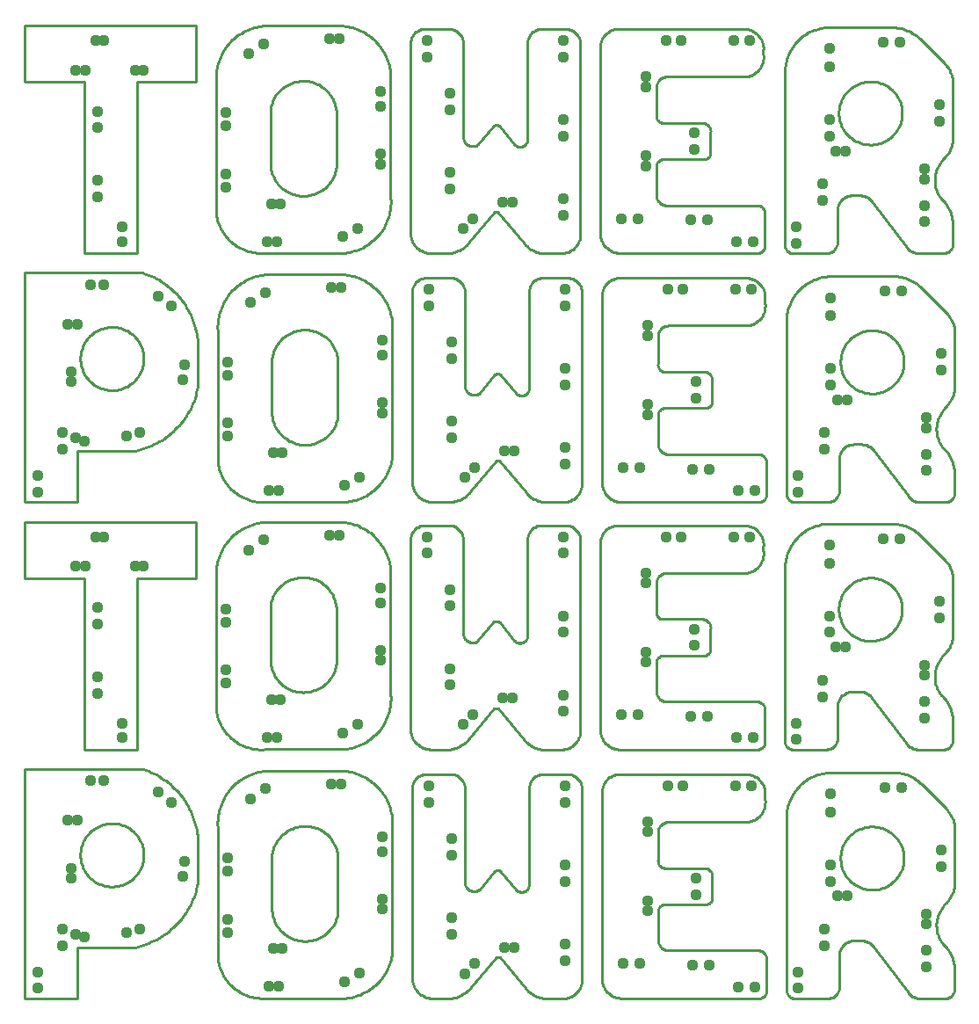
<source format=gbs>
G75*
G70*
%OFA0B0*%
%FSLAX25Y25*%
%IPPOS*%
%LPD*%
%AMOC8*
5,1,8,0,0,1.08239X$1,22.5*
%
%ADD11C,0.01000*%
%ADD12C,0.04370*%
X0012500Y0012500D02*
G75*
%LPD*%
D11*
X0012500Y0012500D02*
X0012500Y0099380D01*
X0057500Y0099380D01*
X0078120Y0073130D02*
X0078120Y0056250D01*
X0054370Y0031880D02*
X0032500Y0031880D01*
X0032500Y0012500D01*
X0012500Y0012500D01*
X0054380Y0031880D02*
X0055440Y0032120D01*
X0056500Y0032410D01*
X0057540Y0032730D01*
X0058570Y0033090D01*
X0059590Y0033490D01*
X0060600Y0033920D01*
X0061590Y0034390D01*
X0062560Y0034890D01*
X0063510Y0035430D01*
X0064440Y0036000D01*
X0065350Y0036600D01*
X0066240Y0037240D01*
X0067110Y0037900D01*
X0067950Y0038600D01*
X0068770Y0039330D01*
X0069560Y0040080D01*
X0070320Y0040860D01*
X0071060Y0041670D01*
X0071760Y0042510D01*
X0072440Y0043370D01*
X0073080Y0044250D01*
X0073690Y0045160D01*
X0074270Y0046090D01*
X0074820Y0047030D01*
X0075330Y0048000D01*
X0075810Y0048980D01*
X0076250Y0049980D01*
X0076660Y0051000D01*
X0077020Y0052030D01*
X0077360Y0053070D01*
X0077650Y0054120D01*
X0077910Y0055180D01*
X0078130Y0056250D01*
X0078120Y0073120D02*
X0078020Y0074190D01*
X0077880Y0075250D01*
X0077700Y0076310D01*
X0077480Y0077360D01*
X0077230Y0078400D01*
X0076940Y0079440D01*
X0076610Y0080460D01*
X0076250Y0081470D01*
X0075850Y0082460D01*
X0075420Y0083440D01*
X0074950Y0084410D01*
X0074450Y0085350D01*
X0073910Y0086280D01*
X0073340Y0087190D01*
X0072740Y0088080D01*
X0072110Y0088950D01*
X0071450Y0089790D01*
X0070750Y0090610D01*
X0070030Y0091400D01*
X0069280Y0092170D01*
X0068510Y0092910D01*
X0067710Y0093620D01*
X0066880Y0094310D01*
X0066030Y0094960D01*
X0065160Y0095580D01*
X0064260Y0096170D01*
X0063350Y0096730D01*
X0062410Y0097260D01*
X0061460Y0097750D01*
X0060490Y0098210D01*
X0059510Y0098630D01*
X0058510Y0099020D01*
X0057490Y0099370D01*
X0033620Y0066880D02*
X0033640Y0067570D01*
X0033700Y0068260D01*
X0033800Y0068940D01*
X0033940Y0069620D01*
X0034110Y0070290D01*
X0034330Y0070950D01*
X0034580Y0071590D01*
X0034870Y0072220D01*
X0035200Y0072830D01*
X0035560Y0073420D01*
X0035950Y0073990D01*
X0036380Y0074530D01*
X0036830Y0075050D01*
X0037320Y0075550D01*
X0037830Y0076010D01*
X0038370Y0076440D01*
X0038940Y0076850D01*
X0039520Y0077210D01*
X0040130Y0077550D01*
X0040750Y0077850D01*
X0041390Y0078110D01*
X0042040Y0078330D01*
X0042710Y0078520D01*
X0043390Y0078670D01*
X0044070Y0078780D01*
X0044760Y0078850D01*
X0045450Y0078880D01*
X0046140Y0078870D01*
X0046830Y0078820D01*
X0047510Y0078730D01*
X0048190Y0078600D01*
X0048860Y0078430D01*
X0049530Y0078230D01*
X0050170Y0077980D01*
X0050800Y0077700D01*
X0051420Y0077390D01*
X0052010Y0077030D01*
X0052590Y0076650D01*
X0053140Y0076230D01*
X0053670Y0075780D01*
X0054170Y0075300D01*
X0054640Y0074800D01*
X0055080Y0074260D01*
X0055490Y0073710D01*
X0055870Y0073130D01*
X0056210Y0072530D01*
X0056520Y0071910D01*
X0056790Y0071270D01*
X0057020Y0070620D01*
X0057220Y0069960D01*
X0057380Y0069280D01*
X0057500Y0068600D01*
X0057580Y0067920D01*
X0057620Y0067230D01*
X0057620Y0066530D01*
X0057580Y0065840D01*
X0057500Y0065160D01*
X0057380Y0064480D01*
X0057220Y0063800D01*
X0057020Y0063140D01*
X0056790Y0062490D01*
X0056520Y0061850D01*
X0056210Y0061230D01*
X0055870Y0060630D01*
X0055490Y0060050D01*
X0055080Y0059500D01*
X0054640Y0058960D01*
X0054170Y0058460D01*
X0053670Y0057980D01*
X0053140Y0057530D01*
X0052590Y0057110D01*
X0052010Y0056730D01*
X0051420Y0056370D01*
X0050800Y0056060D01*
X0050170Y0055780D01*
X0049530Y0055530D01*
X0048860Y0055330D01*
X0048190Y0055160D01*
X0047510Y0055030D01*
X0046830Y0054940D01*
X0046140Y0054890D01*
X0045450Y0054880D01*
X0044760Y0054910D01*
X0044070Y0054980D01*
X0043390Y0055090D01*
X0042710Y0055240D01*
X0042040Y0055430D01*
X0041390Y0055650D01*
X0040750Y0055910D01*
X0040130Y0056210D01*
X0039520Y0056550D01*
X0038940Y0056910D01*
X0038370Y0057320D01*
X0037830Y0057750D01*
X0037320Y0058210D01*
X0036830Y0058710D01*
X0036380Y0059230D01*
X0035950Y0059770D01*
X0035560Y0060340D01*
X0035200Y0060930D01*
X0034870Y0061540D01*
X0034580Y0062170D01*
X0034330Y0062810D01*
X0034110Y0063470D01*
X0033940Y0064140D01*
X0033800Y0064820D01*
X0033700Y0065500D01*
X0033640Y0066190D01*
X0033620Y0066880D01*
D12*
X0030000Y0061880D03*
X0030000Y0058130D03*
X0026870Y0038750D03*
X0031870Y0036880D03*
X0035000Y0035630D03*
X0026870Y0032500D03*
X0017500Y0022500D03*
X0017500Y0016250D03*
X0051250Y0037500D03*
X0056250Y0038750D03*
X0072500Y0058750D03*
X0073120Y0064380D03*
X0068120Y0086880D03*
X0063120Y0090630D03*
X0042500Y0095000D03*
X0037500Y0095000D03*
X0032500Y0080000D03*
X0028750Y0080000D03*
X0085630Y0012500D02*
G75*
%LPD*%
D11*
X0085670Y0028200D02*
X0085670Y0077570D01*
X0085630Y0078440D01*
X0085640Y0079320D01*
X0085680Y0080190D01*
X0085760Y0081060D01*
X0085870Y0081930D01*
X0086030Y0082790D01*
X0086220Y0083640D01*
X0086450Y0084490D01*
X0086710Y0085320D01*
X0087010Y0086140D01*
X0087350Y0086950D01*
X0087720Y0087740D01*
X0088130Y0088510D01*
X0088570Y0089270D01*
X0089040Y0090000D01*
X0089540Y0090720D01*
X0090080Y0091410D01*
X0090640Y0092080D01*
X0091240Y0092720D01*
X0091860Y0093340D01*
X0092500Y0093930D01*
X0093170Y0094490D01*
X0093870Y0095020D01*
X0094590Y0095520D01*
X0095330Y0095980D01*
X0096080Y0096420D01*
X0096860Y0096820D01*
X0097650Y0097190D01*
X0098460Y0097520D01*
X0099290Y0097820D01*
X0100120Y0098080D01*
X0100970Y0098300D01*
X0101820Y0098490D01*
X0102680Y0098640D01*
X0103550Y0098750D01*
X0104420Y0098820D01*
X0131300Y0098820D01*
X0131290Y0098820D02*
X0132170Y0098830D01*
X0133040Y0098800D01*
X0133910Y0098730D01*
X0134780Y0098620D01*
X0135640Y0098480D01*
X0136490Y0098300D01*
X0137340Y0098080D01*
X0138170Y0097830D01*
X0139000Y0097540D01*
X0139810Y0097210D01*
X0140600Y0096850D01*
X0141380Y0096450D01*
X0142140Y0096020D01*
X0142880Y0095560D01*
X0143600Y0095070D01*
X0144300Y0094540D01*
X0144970Y0093990D01*
X0145620Y0093400D01*
X0146240Y0092790D01*
X0146840Y0092150D01*
X0147410Y0091490D01*
X0147940Y0090800D01*
X0148450Y0090090D01*
X0148930Y0089360D01*
X0149370Y0088610D01*
X0149780Y0087840D01*
X0150160Y0087050D01*
X0150500Y0086250D01*
X0150810Y0085430D01*
X0151080Y0084600D01*
X0151310Y0083760D01*
X0151510Y0082910D01*
X0151670Y0082050D01*
X0151790Y0081190D01*
X0151870Y0080320D01*
X0151920Y0079450D01*
X0151920Y0033200D01*
X0151930Y0033200D02*
X0151970Y0032330D01*
X0151960Y0031460D01*
X0151920Y0030590D01*
X0151840Y0029720D01*
X0151720Y0028860D01*
X0151560Y0028000D01*
X0151370Y0027150D01*
X0151130Y0026310D01*
X0150860Y0025480D01*
X0150550Y0024670D01*
X0150210Y0023870D01*
X0149830Y0023080D01*
X0149410Y0022320D01*
X0148960Y0021570D01*
X0148480Y0020840D01*
X0147970Y0020140D01*
X0147420Y0019460D01*
X0146850Y0018810D01*
X0146240Y0018180D01*
X0145610Y0017580D01*
X0144950Y0017010D01*
X0144270Y0016470D01*
X0143560Y0015950D01*
X0142830Y0015480D01*
X0142090Y0015030D01*
X0141320Y0014620D01*
X0140530Y0014250D01*
X0139730Y0013910D01*
X0138910Y0013600D01*
X0138080Y0013330D01*
X0137240Y0013100D01*
X0136390Y0012910D01*
X0135530Y0012760D01*
X0134670Y0012650D01*
X0133800Y0012570D01*
X0134420Y0012570D02*
X0104420Y0012570D01*
X0103600Y0012520D01*
X0102780Y0012500D01*
X0101960Y0012520D01*
X0101140Y0012590D01*
X0100330Y0012690D01*
X0099520Y0012830D01*
X0098710Y0013010D01*
X0097920Y0013220D01*
X0097140Y0013480D01*
X0096370Y0013770D01*
X0095620Y0014090D01*
X0094880Y0014450D01*
X0094160Y0014850D01*
X0093460Y0015280D01*
X0092780Y0015750D01*
X0092130Y0016240D01*
X0091500Y0016770D01*
X0090890Y0017320D01*
X0090310Y0017910D01*
X0089760Y0018520D01*
X0089240Y0019150D01*
X0088760Y0019810D01*
X0088300Y0020490D01*
X0087870Y0021200D01*
X0087480Y0021920D01*
X0087130Y0022660D01*
X0086810Y0023420D01*
X0086520Y0024190D01*
X0086280Y0024970D01*
X0086070Y0025770D01*
X0085900Y0026570D01*
X0085760Y0027380D01*
X0085670Y0028200D01*
X0106300Y0045700D02*
X0106300Y0066950D01*
X0106410Y0067640D01*
X0106560Y0068310D01*
X0106750Y0068980D01*
X0106970Y0069640D01*
X0107230Y0070280D01*
X0107520Y0070910D01*
X0107850Y0071520D01*
X0108210Y0072110D01*
X0108610Y0072680D01*
X0109030Y0073230D01*
X0109480Y0073750D01*
X0109970Y0074250D01*
X0110480Y0074720D01*
X0111010Y0075160D01*
X0111570Y0075570D01*
X0112150Y0075950D01*
X0112750Y0076300D01*
X0113360Y0076610D01*
X0114000Y0076890D01*
X0114650Y0077140D01*
X0115310Y0077350D01*
X0115980Y0077520D01*
X0116660Y0077650D01*
X0117340Y0077750D01*
X0118040Y0077810D01*
X0118730Y0077830D01*
X0119420Y0077810D01*
X0120110Y0077760D01*
X0120800Y0077660D01*
X0121480Y0077530D01*
X0122150Y0077360D01*
X0122810Y0077160D01*
X0123460Y0076920D01*
X0124100Y0076640D01*
X0124720Y0076330D01*
X0125320Y0075980D01*
X0125900Y0075610D01*
X0126460Y0075200D01*
X0127000Y0074760D01*
X0127510Y0074290D01*
X0127990Y0073800D01*
X0128450Y0073270D01*
X0128880Y0072730D01*
X0129270Y0072160D01*
X0129640Y0071570D01*
X0129970Y0070960D01*
X0130270Y0070340D01*
X0130530Y0069700D01*
X0130760Y0069040D01*
X0130950Y0068370D01*
X0131100Y0067700D01*
X0131220Y0067010D01*
X0131290Y0066330D01*
X0131300Y0066320D02*
X0131300Y0045070D01*
X0131290Y0045070D02*
X0131180Y0044380D01*
X0131030Y0043710D01*
X0130840Y0043040D01*
X0130620Y0042380D01*
X0130360Y0041740D01*
X0130070Y0041110D01*
X0129740Y0040500D01*
X0129380Y0039910D01*
X0128980Y0039340D01*
X0128560Y0038790D01*
X0128110Y0038270D01*
X0127620Y0037770D01*
X0127110Y0037300D01*
X0126580Y0036860D01*
X0126020Y0036450D01*
X0125440Y0036070D01*
X0124840Y0035720D01*
X0124230Y0035410D01*
X0123590Y0035130D01*
X0122940Y0034880D01*
X0122280Y0034670D01*
X0121610Y0034500D01*
X0120930Y0034370D01*
X0120250Y0034270D01*
X0119550Y0034210D01*
X0118860Y0034190D01*
X0118170Y0034210D01*
X0117480Y0034260D01*
X0116790Y0034360D01*
X0116110Y0034490D01*
X0115440Y0034660D01*
X0114780Y0034860D01*
X0114130Y0035100D01*
X0113490Y0035380D01*
X0112870Y0035690D01*
X0112270Y0036040D01*
X0111690Y0036410D01*
X0111130Y0036820D01*
X0110590Y0037260D01*
X0110080Y0037730D01*
X0109600Y0038220D01*
X0109140Y0038750D01*
X0108710Y0039290D01*
X0108320Y0039860D01*
X0107950Y0040450D01*
X0107620Y0041060D01*
X0107320Y0041680D01*
X0107060Y0042320D01*
X0106830Y0042980D01*
X0106640Y0043650D01*
X0106490Y0044320D01*
X0106370Y0045010D01*
X0106300Y0045690D01*
D12*
X0106920Y0031320D03*
X0110050Y0031320D03*
X0108800Y0016950D03*
X0105050Y0016950D03*
X0089420Y0037570D03*
X0089420Y0042570D03*
X0089420Y0060700D03*
X0089420Y0065700D03*
X0098170Y0088200D03*
X0103800Y0091950D03*
X0128800Y0093820D03*
X0132550Y0093820D03*
X0148170Y0073820D03*
X0148170Y0068200D03*
X0148170Y0050070D03*
X0148170Y0046320D03*
X0139420Y0021950D03*
X0133800Y0018820D03*
X0159470Y0012500D02*
G75*
%LPD*%
D11*
X0159480Y0020510D02*
X0159480Y0092090D01*
X0159500Y0092540D01*
X0159550Y0092980D01*
X0159650Y0093420D01*
X0159770Y0093850D01*
X0159940Y0094260D01*
X0160130Y0094660D01*
X0160360Y0095050D01*
X0160620Y0095410D01*
X0160910Y0095750D01*
X0161230Y0096070D01*
X0161570Y0096360D01*
X0161930Y0096620D01*
X0162320Y0096850D01*
X0162720Y0097040D01*
X0163130Y0097210D01*
X0163560Y0097330D01*
X0164000Y0097430D01*
X0164440Y0097480D01*
X0164890Y0097500D01*
X0164890Y0097510D02*
X0174280Y0097510D01*
X0174740Y0097470D01*
X0175190Y0097380D01*
X0175630Y0097270D01*
X0176060Y0097110D01*
X0176470Y0096920D01*
X0176870Y0096700D01*
X0177250Y0096440D01*
X0177600Y0096160D01*
X0177930Y0095840D01*
X0178240Y0095500D01*
X0178510Y0095140D01*
X0178750Y0094750D01*
X0178970Y0094350D01*
X0179140Y0093930D01*
X0179280Y0093490D01*
X0179390Y0093050D01*
X0179460Y0092600D01*
X0179490Y0092140D01*
X0179480Y0091690D01*
X0179480Y0056880D01*
X0179470Y0056880D02*
X0179460Y0056520D01*
X0179480Y0056160D01*
X0179540Y0055810D01*
X0179640Y0055460D01*
X0179770Y0055130D01*
X0179930Y0054810D01*
X0180130Y0054510D01*
X0180360Y0054230D01*
X0180610Y0053970D01*
X0180890Y0053750D01*
X0181190Y0053550D01*
X0181500Y0053380D01*
X0181840Y0053250D01*
X0182180Y0053150D01*
X0182540Y0053090D01*
X0182900Y0053060D01*
X0183260Y0053070D01*
X0183610Y0053120D01*
X0183960Y0053200D01*
X0184300Y0053320D01*
X0184630Y0053480D01*
X0184930Y0053660D01*
X0185220Y0053880D01*
X0190650Y0060560D01*
X0190850Y0060740D01*
X0191080Y0060880D01*
X0191320Y0060990D01*
X0191580Y0061070D01*
X0191850Y0061110D01*
X0192110Y0061110D01*
X0192380Y0061070D01*
X0192640Y0060990D01*
X0192880Y0060880D01*
X0193110Y0060740D01*
X0193310Y0060560D01*
X0193300Y0060560D02*
X0198830Y0053780D01*
X0199060Y0053550D01*
X0199310Y0053350D01*
X0199590Y0053180D01*
X0199880Y0053050D01*
X0200190Y0052940D01*
X0200510Y0052880D01*
X0200830Y0052840D01*
X0201150Y0052850D01*
X0201480Y0052890D01*
X0201790Y0052960D01*
X0202100Y0053070D01*
X0202390Y0053220D01*
X0202660Y0053390D01*
X0202910Y0053600D01*
X0203140Y0053830D01*
X0203340Y0054080D01*
X0203510Y0054360D01*
X0203640Y0054650D01*
X0203750Y0054960D01*
X0203810Y0055280D01*
X0203850Y0055600D01*
X0203850Y0092220D01*
X0203860Y0092220D02*
X0203880Y0092660D01*
X0203930Y0093090D01*
X0204020Y0093520D01*
X0204150Y0093930D01*
X0204300Y0094340D01*
X0204500Y0094730D01*
X0204720Y0095110D01*
X0204970Y0095460D01*
X0205260Y0095800D01*
X0205560Y0096100D01*
X0205900Y0096390D01*
X0206250Y0096640D01*
X0206630Y0096860D01*
X0207020Y0097060D01*
X0207430Y0097210D01*
X0207840Y0097340D01*
X0208270Y0097430D01*
X0208700Y0097480D01*
X0209140Y0097500D01*
X0209140Y0097510D02*
X0218570Y0097510D01*
X0218570Y0097500D02*
X0219030Y0097460D01*
X0219490Y0097370D01*
X0219940Y0097250D01*
X0220370Y0097100D01*
X0220790Y0096900D01*
X0221200Y0096680D01*
X0221580Y0096420D01*
X0221940Y0096130D01*
X0222280Y0095810D01*
X0222590Y0095470D01*
X0222860Y0095100D01*
X0223110Y0094710D01*
X0223330Y0094300D01*
X0223510Y0093870D01*
X0223650Y0093430D01*
X0223760Y0092980D01*
X0223830Y0092520D01*
X0223860Y0092060D01*
X0223850Y0091600D01*
X0223850Y0020240D01*
X0217370Y0012510D02*
X0209000Y0012510D01*
X0202420Y0016440D02*
X0192780Y0027950D01*
X0192790Y0027960D02*
X0192690Y0028030D01*
X0192580Y0028090D01*
X0192460Y0028130D01*
X0192340Y0028140D01*
X0191090Y0027870D02*
X0181930Y0016840D01*
X0174390Y0012510D02*
X0166860Y0012510D01*
X0166310Y0012550D01*
X0165770Y0012630D01*
X0165230Y0012750D01*
X0164700Y0012910D01*
X0164190Y0013100D01*
X0163690Y0013330D01*
X0163210Y0013600D01*
X0162750Y0013900D01*
X0162310Y0014230D01*
X0161900Y0014590D01*
X0161510Y0014980D01*
X0161150Y0015400D01*
X0160820Y0015840D01*
X0160530Y0016300D01*
X0160270Y0016790D01*
X0160040Y0017290D01*
X0159850Y0017800D01*
X0159700Y0018330D01*
X0159590Y0018870D01*
X0159510Y0019410D01*
X0159470Y0019960D01*
X0159480Y0020510D01*
X0174390Y0012500D02*
X0175020Y0012600D01*
X0175640Y0012740D01*
X0176250Y0012910D01*
X0176860Y0013110D01*
X0177450Y0013350D01*
X0178030Y0013620D01*
X0178590Y0013920D01*
X0179130Y0014250D01*
X0179660Y0014610D01*
X0180160Y0015010D01*
X0180640Y0015430D01*
X0181100Y0015870D01*
X0181530Y0016340D01*
X0181930Y0016840D01*
X0191090Y0027870D02*
X0191280Y0027980D01*
X0191480Y0028070D01*
X0191690Y0028130D01*
X0191910Y0028160D01*
X0192130Y0028160D01*
X0192340Y0028130D01*
X0202420Y0016440D02*
X0202790Y0015960D01*
X0203200Y0015510D01*
X0203630Y0015090D01*
X0204080Y0014690D01*
X0204560Y0014320D01*
X0205060Y0013980D01*
X0205580Y0013670D01*
X0206110Y0013390D01*
X0206670Y0013140D01*
X0207230Y0012930D01*
X0207810Y0012750D01*
X0208400Y0012610D01*
X0208990Y0012510D01*
X0217370Y0012510D02*
X0217880Y0012570D01*
X0218380Y0012670D01*
X0218870Y0012800D01*
X0219350Y0012970D01*
X0219820Y0013170D01*
X0220270Y0013410D01*
X0220700Y0013680D01*
X0221120Y0013970D01*
X0221510Y0014300D01*
X0221870Y0014650D01*
X0222210Y0015030D01*
X0222530Y0015430D01*
X0222810Y0015850D01*
X0223060Y0016300D01*
X0223280Y0016750D01*
X0223470Y0017230D01*
X0223620Y0017710D01*
X0223740Y0018210D01*
X0223820Y0018710D01*
X0223870Y0019220D01*
X0223880Y0019730D01*
X0223850Y0020230D01*
D12*
X0217600Y0026880D03*
X0217600Y0033130D03*
X0198230Y0031880D03*
X0194480Y0031880D03*
X0183230Y0025630D03*
X0179480Y0021880D03*
X0174480Y0036880D03*
X0174480Y0043130D03*
X0174480Y0066880D03*
X0174480Y0073130D03*
X0165730Y0086880D03*
X0165730Y0093130D03*
X0217600Y0093130D03*
X0217600Y0086880D03*
X0217600Y0063130D03*
X0217600Y0056880D03*
X0231380Y0012500D02*
G75*
%LPD*%
D11*
X0238910Y0012510D02*
X0291030Y0012510D01*
X0291030Y0012500D02*
X0291350Y0012520D01*
X0291670Y0012570D01*
X0291980Y0012660D01*
X0292280Y0012790D01*
X0292560Y0012940D01*
X0292830Y0013130D01*
X0293070Y0013340D01*
X0293280Y0013580D01*
X0293470Y0013850D01*
X0293620Y0014130D01*
X0293750Y0014430D01*
X0293840Y0014740D01*
X0293890Y0015060D01*
X0293910Y0015380D01*
X0293910Y0027760D01*
X0293900Y0027750D02*
X0293850Y0028080D01*
X0293770Y0028410D01*
X0293650Y0028720D01*
X0293500Y0029020D01*
X0293320Y0029300D01*
X0293110Y0029560D01*
X0292880Y0029800D01*
X0292620Y0030020D01*
X0292340Y0030200D01*
X0292040Y0030350D01*
X0291730Y0030480D01*
X0291410Y0030570D01*
X0291080Y0030620D01*
X0290740Y0030640D01*
X0290410Y0030620D01*
X0290410Y0030630D02*
X0257030Y0030630D01*
X0256660Y0030620D01*
X0256280Y0030640D01*
X0255910Y0030700D01*
X0255550Y0030790D01*
X0255190Y0030920D01*
X0254850Y0031080D01*
X0254520Y0031260D01*
X0254220Y0031480D01*
X0253930Y0031730D01*
X0253670Y0032000D01*
X0253430Y0032290D01*
X0253230Y0032600D01*
X0253050Y0032930D01*
X0252900Y0033280D01*
X0252790Y0033640D01*
X0252710Y0034000D01*
X0252660Y0034380D01*
X0252660Y0045630D01*
X0252710Y0045950D01*
X0252800Y0046250D01*
X0252920Y0046540D01*
X0253070Y0046820D01*
X0253250Y0047080D01*
X0253470Y0047320D01*
X0253700Y0047530D01*
X0253960Y0047710D01*
X0254240Y0047870D01*
X0254530Y0047990D01*
X0254840Y0048080D01*
X0255150Y0048130D01*
X0255470Y0048150D01*
X0255780Y0048130D01*
X0270410Y0048130D01*
X0270410Y0048140D02*
X0270720Y0048120D01*
X0271030Y0048140D01*
X0271340Y0048190D01*
X0271630Y0048290D01*
X0271920Y0048410D01*
X0272180Y0048580D01*
X0272430Y0048770D01*
X0272650Y0048990D01*
X0272840Y0049230D01*
X0273000Y0049500D01*
X0273130Y0049780D01*
X0273220Y0050080D01*
X0273280Y0050390D01*
X0273280Y0050380D02*
X0273280Y0058370D01*
X0273270Y0058370D02*
X0273290Y0058700D01*
X0273270Y0059040D01*
X0273210Y0059370D01*
X0273130Y0059690D01*
X0273000Y0060010D01*
X0272850Y0060310D01*
X0272660Y0060590D01*
X0272450Y0060850D01*
X0272210Y0061080D01*
X0271950Y0061290D01*
X0271660Y0061470D01*
X0271360Y0061620D01*
X0271050Y0061740D01*
X0270720Y0061820D01*
X0270390Y0061870D01*
X0270400Y0061880D02*
X0255050Y0061880D01*
X0255050Y0061890D02*
X0254750Y0061940D01*
X0254450Y0062030D01*
X0254170Y0062140D01*
X0253910Y0062290D01*
X0253660Y0062470D01*
X0253430Y0062670D01*
X0253230Y0062900D01*
X0253050Y0063150D01*
X0252910Y0063420D01*
X0252790Y0063700D01*
X0252710Y0063990D01*
X0252660Y0064290D01*
X0252640Y0064600D01*
X0252660Y0064900D01*
X0252660Y0075380D01*
X0252680Y0075770D01*
X0252740Y0076160D01*
X0252830Y0076540D01*
X0252960Y0076910D01*
X0253130Y0077270D01*
X0253330Y0077600D01*
X0253570Y0077920D01*
X0253830Y0078210D01*
X0254120Y0078470D01*
X0254440Y0078710D01*
X0254770Y0078910D01*
X0255130Y0079080D01*
X0255500Y0079210D01*
X0255880Y0079300D01*
X0256270Y0079360D01*
X0256660Y0079380D01*
X0286640Y0079380D01*
X0287180Y0079460D01*
X0287710Y0079590D01*
X0288230Y0079750D01*
X0288740Y0079950D01*
X0289230Y0080180D01*
X0289700Y0080450D01*
X0290160Y0080750D01*
X0290590Y0081090D01*
X0290990Y0081450D01*
X0291370Y0081840D01*
X0291720Y0082260D01*
X0292040Y0082700D01*
X0292330Y0083170D01*
X0292590Y0083650D01*
X0292800Y0084150D01*
X0292990Y0084660D01*
X0293130Y0085190D01*
X0293240Y0085720D01*
X0293310Y0086260D01*
X0293340Y0086810D01*
X0293330Y0087350D01*
X0293280Y0087900D01*
X0293280Y0089500D01*
X0293310Y0090020D01*
X0293300Y0090550D01*
X0293250Y0091080D01*
X0293160Y0091600D01*
X0293040Y0092110D01*
X0292880Y0092620D01*
X0292680Y0093110D01*
X0292450Y0093590D01*
X0292190Y0094040D01*
X0291890Y0094480D01*
X0291560Y0094900D01*
X0291210Y0095290D01*
X0290830Y0095660D01*
X0290420Y0095990D01*
X0289990Y0096300D01*
X0289540Y0096580D01*
X0289070Y0096820D01*
X0288580Y0097030D01*
X0288080Y0097200D01*
X0287570Y0097340D01*
X0287050Y0097440D01*
X0286520Y0097500D01*
X0286520Y0097510D02*
X0237660Y0097510D01*
X0237660Y0097500D02*
X0237140Y0097440D01*
X0236640Y0097330D01*
X0236140Y0097190D01*
X0235660Y0097010D01*
X0235190Y0096800D01*
X0234740Y0096550D01*
X0234300Y0096270D01*
X0233890Y0095960D01*
X0233510Y0095610D01*
X0233150Y0095240D01*
X0232820Y0094850D01*
X0232520Y0094430D01*
X0232250Y0093980D01*
X0232020Y0093520D01*
X0231820Y0093050D01*
X0231660Y0092560D01*
X0231530Y0092060D01*
X0231440Y0091550D01*
X0231390Y0091040D01*
X0231380Y0090520D01*
X0231410Y0090010D01*
X0231410Y0020010D01*
X0231430Y0019470D01*
X0231490Y0018940D01*
X0231580Y0018420D01*
X0231710Y0017900D01*
X0231880Y0017390D01*
X0232090Y0016890D01*
X0232330Y0016420D01*
X0232600Y0015960D01*
X0232910Y0015520D01*
X0233240Y0015100D01*
X0233610Y0014710D01*
X0234000Y0014340D01*
X0234420Y0014010D01*
X0234860Y0013700D01*
X0235320Y0013430D01*
X0235790Y0013190D01*
X0236290Y0012980D01*
X0236800Y0012810D01*
X0237320Y0012680D01*
X0237840Y0012590D01*
X0238370Y0012530D01*
X0238910Y0012510D01*
D12*
X0239530Y0025630D03*
X0245780Y0025630D03*
X0248910Y0045630D03*
X0248910Y0049380D03*
X0267030Y0051880D03*
X0267030Y0058130D03*
X0248910Y0075630D03*
X0248910Y0079380D03*
X0256410Y0093130D03*
X0262030Y0093130D03*
X0282030Y0093130D03*
X0288280Y0093130D03*
X0272030Y0025010D03*
X0265780Y0025010D03*
X0283280Y0016880D03*
X0289530Y0016880D03*
X0301410Y0012500D02*
G75*
%LPD*%
D11*
X0304220Y0012500D02*
X0317470Y0012500D01*
X0317870Y0012550D01*
X0318250Y0012630D01*
X0318630Y0012750D01*
X0318990Y0012900D01*
X0319340Y0013090D01*
X0319670Y0013310D01*
X0319980Y0013550D01*
X0320270Y0013830D01*
X0320530Y0014130D01*
X0320750Y0014450D01*
X0320950Y0014790D01*
X0321120Y0015150D01*
X0321250Y0015520D01*
X0321350Y0015900D01*
X0321410Y0016290D01*
X0321440Y0016690D01*
X0321430Y0017080D01*
X0321430Y0028790D01*
X0321450Y0029250D01*
X0321510Y0029710D01*
X0321600Y0030160D01*
X0321730Y0030610D01*
X0321900Y0031040D01*
X0322100Y0031450D01*
X0322340Y0031850D01*
X0322610Y0032220D01*
X0322910Y0032580D01*
X0323230Y0032900D01*
X0323590Y0033200D01*
X0323960Y0033470D01*
X0324360Y0033710D01*
X0324770Y0033910D01*
X0325200Y0034080D01*
X0325650Y0034210D01*
X0326100Y0034300D01*
X0326560Y0034360D01*
X0327020Y0034380D01*
X0329910Y0034380D01*
X0334350Y0032180D02*
X0347380Y0015150D01*
X0351470Y0012500D02*
X0361640Y0012500D01*
X0362010Y0012520D01*
X0362380Y0012580D01*
X0362730Y0012670D01*
X0363080Y0012810D01*
X0363410Y0012970D01*
X0363720Y0013180D01*
X0364010Y0013410D01*
X0364270Y0013670D01*
X0364500Y0013960D01*
X0364710Y0014270D01*
X0364870Y0014600D01*
X0365010Y0014950D01*
X0365100Y0015300D01*
X0365160Y0015670D01*
X0365180Y0016040D01*
X0365180Y0022800D01*
X0361410Y0032520D02*
X0361360Y0032570D01*
X0361370Y0032570D02*
X0360940Y0033030D01*
X0360530Y0033510D01*
X0360160Y0034020D01*
X0359820Y0034550D01*
X0359510Y0035100D01*
X0359230Y0035670D01*
X0358990Y0036250D01*
X0358780Y0036840D01*
X0358610Y0037450D01*
X0358480Y0038070D01*
X0358390Y0038690D01*
X0358330Y0039320D01*
X0358310Y0039950D01*
X0362050Y0048750D02*
X0362050Y0048750D01*
X0365180Y0056300D02*
X0365180Y0076880D01*
X0362080Y0084350D02*
X0352730Y0093700D01*
X0342040Y0098130D02*
X0318810Y0098130D01*
X0318800Y0098130D02*
X0317990Y0098120D01*
X0317180Y0098080D01*
X0316370Y0098000D01*
X0315570Y0097880D01*
X0314770Y0097720D01*
X0313980Y0097520D01*
X0313200Y0097290D01*
X0312440Y0097020D01*
X0311680Y0096710D01*
X0310950Y0096370D01*
X0310230Y0096000D01*
X0309530Y0095590D01*
X0308840Y0095140D01*
X0308190Y0094670D01*
X0307550Y0094160D01*
X0306940Y0093630D01*
X0306350Y0093060D01*
X0305800Y0092470D01*
X0305270Y0091860D01*
X0304770Y0091210D01*
X0304300Y0090550D01*
X0303870Y0089860D01*
X0303460Y0089160D01*
X0303100Y0088430D01*
X0302760Y0087690D01*
X0302460Y0086940D01*
X0302200Y0086170D01*
X0301980Y0085390D01*
X0301790Y0084600D01*
X0301640Y0083800D01*
X0301530Y0082990D01*
X0301460Y0082180D01*
X0301420Y0081370D01*
X0301430Y0081370D02*
X0301430Y0015920D01*
X0301410Y0015600D01*
X0301430Y0015270D01*
X0301480Y0014950D01*
X0301570Y0014630D01*
X0301690Y0014330D01*
X0301840Y0014040D01*
X0302010Y0013760D01*
X0302220Y0013510D01*
X0302450Y0013280D01*
X0302710Y0013080D01*
X0302980Y0012900D01*
X0303270Y0012750D01*
X0303580Y0012640D01*
X0303900Y0012560D01*
X0304220Y0012510D01*
X0329910Y0034380D02*
X0330380Y0034360D01*
X0330840Y0034300D01*
X0331290Y0034210D01*
X0331740Y0034070D01*
X0332180Y0033900D01*
X0332590Y0033690D01*
X0332990Y0033450D01*
X0333370Y0033180D01*
X0333720Y0032880D01*
X0334050Y0032540D01*
X0334350Y0032190D01*
X0361410Y0032520D02*
X0361890Y0032000D01*
X0362340Y0031440D01*
X0362760Y0030870D01*
X0363150Y0030270D01*
X0363510Y0029650D01*
X0363830Y0029020D01*
X0364130Y0028370D01*
X0364380Y0027700D01*
X0364610Y0027020D01*
X0364790Y0026330D01*
X0364940Y0025640D01*
X0365060Y0024930D01*
X0365130Y0024220D01*
X0365170Y0023510D01*
X0365180Y0022800D01*
X0351480Y0012510D02*
X0351020Y0012580D01*
X0350580Y0012690D01*
X0350140Y0012830D01*
X0349720Y0013020D01*
X0349320Y0013230D01*
X0348930Y0013480D01*
X0348570Y0013760D01*
X0348230Y0014070D01*
X0347920Y0014410D01*
X0347640Y0014770D01*
X0347390Y0015150D01*
X0358300Y0039950D02*
X0358320Y0040600D01*
X0358380Y0041260D01*
X0358470Y0041900D01*
X0358600Y0042550D01*
X0358760Y0043180D01*
X0358950Y0043810D01*
X0359180Y0044420D01*
X0359430Y0045020D01*
X0359720Y0045610D01*
X0360040Y0046180D01*
X0360390Y0046740D01*
X0360760Y0047270D01*
X0361170Y0047790D01*
X0361600Y0048280D01*
X0362050Y0048750D01*
X0362060Y0048750D02*
X0362500Y0049220D01*
X0362910Y0049720D01*
X0363290Y0050240D01*
X0363640Y0050780D01*
X0363960Y0051340D01*
X0364240Y0051920D01*
X0364490Y0052520D01*
X0364700Y0053130D01*
X0364870Y0053750D01*
X0365010Y0054380D01*
X0365100Y0055010D01*
X0365160Y0055660D01*
X0365180Y0056300D01*
X0362060Y0048750D02*
X0362050Y0048740D01*
X0365170Y0076880D02*
X0365150Y0077520D01*
X0365090Y0078150D01*
X0365000Y0078780D01*
X0364860Y0079410D01*
X0364690Y0080020D01*
X0364480Y0080620D01*
X0364240Y0081210D01*
X0363960Y0081790D01*
X0363650Y0082340D01*
X0363300Y0082880D01*
X0362920Y0083390D01*
X0362510Y0083880D01*
X0362080Y0084350D01*
X0352730Y0093700D02*
X0352190Y0094210D01*
X0351630Y0094700D01*
X0351050Y0095150D01*
X0350440Y0095580D01*
X0349810Y0095980D01*
X0349170Y0096340D01*
X0348500Y0096680D01*
X0347830Y0096980D01*
X0347130Y0097250D01*
X0346430Y0097480D01*
X0345710Y0097680D01*
X0344990Y0097840D01*
X0344260Y0097970D01*
X0343520Y0098060D01*
X0342780Y0098110D01*
X0342040Y0098130D01*
X0321930Y0065630D02*
X0321950Y0066320D01*
X0322010Y0067010D01*
X0322110Y0067690D01*
X0322250Y0068370D01*
X0322420Y0069040D01*
X0322640Y0069700D01*
X0322890Y0070340D01*
X0323180Y0070970D01*
X0323510Y0071580D01*
X0323870Y0072170D01*
X0324260Y0072740D01*
X0324690Y0073280D01*
X0325140Y0073800D01*
X0325630Y0074300D01*
X0326140Y0074760D01*
X0326680Y0075190D01*
X0327250Y0075600D01*
X0327830Y0075960D01*
X0328440Y0076300D01*
X0329060Y0076600D01*
X0329700Y0076860D01*
X0330350Y0077080D01*
X0331020Y0077270D01*
X0331700Y0077420D01*
X0332380Y0077530D01*
X0333070Y0077600D01*
X0333760Y0077630D01*
X0334450Y0077620D01*
X0335140Y0077570D01*
X0335820Y0077480D01*
X0336500Y0077350D01*
X0337170Y0077180D01*
X0337840Y0076980D01*
X0338480Y0076730D01*
X0339110Y0076450D01*
X0339730Y0076140D01*
X0340320Y0075780D01*
X0340900Y0075400D01*
X0341450Y0074980D01*
X0341980Y0074530D01*
X0342480Y0074050D01*
X0342950Y0073550D01*
X0343390Y0073010D01*
X0343800Y0072460D01*
X0344180Y0071880D01*
X0344520Y0071280D01*
X0344830Y0070660D01*
X0345100Y0070020D01*
X0345330Y0069370D01*
X0345530Y0068710D01*
X0345690Y0068030D01*
X0345810Y0067350D01*
X0345890Y0066670D01*
X0345930Y0065980D01*
X0345930Y0065280D01*
X0345890Y0064590D01*
X0345810Y0063910D01*
X0345690Y0063230D01*
X0345530Y0062550D01*
X0345330Y0061890D01*
X0345100Y0061240D01*
X0344830Y0060600D01*
X0344520Y0059980D01*
X0344180Y0059380D01*
X0343800Y0058800D01*
X0343390Y0058250D01*
X0342950Y0057710D01*
X0342480Y0057210D01*
X0341980Y0056730D01*
X0341450Y0056280D01*
X0340900Y0055860D01*
X0340320Y0055480D01*
X0339730Y0055120D01*
X0339110Y0054810D01*
X0338480Y0054530D01*
X0337840Y0054280D01*
X0337170Y0054080D01*
X0336500Y0053910D01*
X0335820Y0053780D01*
X0335140Y0053690D01*
X0334450Y0053640D01*
X0333760Y0053630D01*
X0333070Y0053660D01*
X0332380Y0053730D01*
X0331700Y0053840D01*
X0331020Y0053990D01*
X0330350Y0054180D01*
X0329700Y0054400D01*
X0329060Y0054660D01*
X0328440Y0054960D01*
X0327830Y0055300D01*
X0327250Y0055660D01*
X0326680Y0056070D01*
X0326140Y0056500D01*
X0325630Y0056960D01*
X0325140Y0057460D01*
X0324690Y0057980D01*
X0324260Y0058520D01*
X0323870Y0059090D01*
X0323510Y0059680D01*
X0323180Y0060290D01*
X0322890Y0060920D01*
X0322640Y0061560D01*
X0322420Y0062220D01*
X0322250Y0062890D01*
X0322110Y0063570D01*
X0322010Y0064250D01*
X0321950Y0064940D01*
X0321930Y0065630D01*
D12*
X0318300Y0063130D03*
X0318300Y0056880D03*
X0320800Y0051250D03*
X0324550Y0051250D03*
X0315800Y0038750D03*
X0315800Y0032500D03*
X0305800Y0022500D03*
X0305800Y0016250D03*
X0354550Y0024380D03*
X0354550Y0030630D03*
X0354550Y0040630D03*
X0354550Y0044380D03*
X0360180Y0062500D03*
X0360180Y0068750D03*
X0345180Y0092500D03*
X0338930Y0092500D03*
X0318300Y0090000D03*
X0318300Y0083130D03*
X0012500Y0106880D02*
G75*
%LPD*%
D11*
X0035000Y0106880D02*
X0055000Y0106880D01*
X0055000Y0171880D01*
X0077500Y0171880D01*
X0077500Y0193130D01*
X0012500Y0193130D01*
X0012500Y0171880D01*
X0035000Y0171880D01*
X0035000Y0106880D01*
D12*
X0049370Y0111250D03*
X0049370Y0116880D03*
X0040000Y0128130D03*
X0040000Y0134380D03*
X0040000Y0154380D03*
X0040000Y0160630D03*
X0035620Y0176250D03*
X0031870Y0176250D03*
X0039370Y0187500D03*
X0042500Y0187500D03*
X0054370Y0176250D03*
X0057500Y0176250D03*
X0085000Y0106880D02*
G75*
%LPD*%
D11*
X0085040Y0122580D02*
X0085040Y0171950D01*
X0085000Y0172820D01*
X0085010Y0173700D01*
X0085050Y0174570D01*
X0085130Y0175440D01*
X0085240Y0176310D01*
X0085400Y0177170D01*
X0085590Y0178020D01*
X0085820Y0178870D01*
X0086080Y0179700D01*
X0086380Y0180520D01*
X0086720Y0181330D01*
X0087090Y0182120D01*
X0087500Y0182890D01*
X0087940Y0183650D01*
X0088410Y0184380D01*
X0088910Y0185100D01*
X0089450Y0185790D01*
X0090010Y0186460D01*
X0090610Y0187100D01*
X0091230Y0187720D01*
X0091870Y0188310D01*
X0092540Y0188870D01*
X0093240Y0189400D01*
X0093960Y0189900D01*
X0094700Y0190360D01*
X0095450Y0190800D01*
X0096230Y0191200D01*
X0097020Y0191570D01*
X0097830Y0191900D01*
X0098660Y0192200D01*
X0099490Y0192460D01*
X0100340Y0192680D01*
X0101190Y0192870D01*
X0102050Y0193020D01*
X0102920Y0193130D01*
X0103790Y0193200D01*
X0130670Y0193200D01*
X0130660Y0193200D02*
X0131540Y0193210D01*
X0132410Y0193180D01*
X0133280Y0193110D01*
X0134150Y0193000D01*
X0135010Y0192860D01*
X0135860Y0192680D01*
X0136710Y0192460D01*
X0137540Y0192210D01*
X0138370Y0191920D01*
X0139180Y0191590D01*
X0139970Y0191230D01*
X0140750Y0190830D01*
X0141510Y0190400D01*
X0142250Y0189940D01*
X0142970Y0189450D01*
X0143670Y0188920D01*
X0144340Y0188370D01*
X0144990Y0187780D01*
X0145610Y0187170D01*
X0146210Y0186530D01*
X0146780Y0185870D01*
X0147310Y0185180D01*
X0147820Y0184470D01*
X0148300Y0183740D01*
X0148740Y0182990D01*
X0149150Y0182220D01*
X0149530Y0181430D01*
X0149870Y0180630D01*
X0150180Y0179810D01*
X0150450Y0178980D01*
X0150680Y0178140D01*
X0150880Y0177290D01*
X0151040Y0176430D01*
X0151160Y0175570D01*
X0151240Y0174700D01*
X0151290Y0173830D01*
X0151290Y0127580D01*
X0151300Y0127580D02*
X0151340Y0126710D01*
X0151330Y0125840D01*
X0151290Y0124970D01*
X0151210Y0124100D01*
X0151090Y0123240D01*
X0150930Y0122380D01*
X0150740Y0121530D01*
X0150500Y0120690D01*
X0150230Y0119860D01*
X0149920Y0119050D01*
X0149580Y0118250D01*
X0149200Y0117460D01*
X0148780Y0116700D01*
X0148330Y0115950D01*
X0147850Y0115220D01*
X0147340Y0114520D01*
X0146790Y0113840D01*
X0146220Y0113190D01*
X0145610Y0112560D01*
X0144980Y0111960D01*
X0144320Y0111390D01*
X0143640Y0110850D01*
X0142930Y0110330D01*
X0142200Y0109860D01*
X0141460Y0109410D01*
X0140690Y0109000D01*
X0139900Y0108630D01*
X0139100Y0108290D01*
X0138280Y0107980D01*
X0137450Y0107710D01*
X0136610Y0107480D01*
X0135760Y0107290D01*
X0134900Y0107140D01*
X0134040Y0107030D01*
X0133170Y0106950D01*
X0133790Y0106950D02*
X0103790Y0106950D01*
X0102970Y0106900D01*
X0102150Y0106880D01*
X0101330Y0106900D01*
X0100510Y0106970D01*
X0099700Y0107070D01*
X0098890Y0107210D01*
X0098080Y0107390D01*
X0097290Y0107600D01*
X0096510Y0107860D01*
X0095740Y0108150D01*
X0094990Y0108470D01*
X0094250Y0108830D01*
X0093530Y0109230D01*
X0092830Y0109660D01*
X0092150Y0110130D01*
X0091500Y0110620D01*
X0090870Y0111150D01*
X0090260Y0111700D01*
X0089680Y0112290D01*
X0089130Y0112900D01*
X0088610Y0113530D01*
X0088130Y0114190D01*
X0087670Y0114870D01*
X0087240Y0115580D01*
X0086850Y0116300D01*
X0086500Y0117040D01*
X0086180Y0117800D01*
X0085890Y0118570D01*
X0085650Y0119350D01*
X0085440Y0120150D01*
X0085270Y0120950D01*
X0085130Y0121760D01*
X0085040Y0122580D01*
X0105670Y0140080D02*
X0105670Y0161330D01*
X0105780Y0162020D01*
X0105930Y0162690D01*
X0106120Y0163360D01*
X0106340Y0164020D01*
X0106600Y0164660D01*
X0106890Y0165290D01*
X0107220Y0165900D01*
X0107580Y0166490D01*
X0107980Y0167060D01*
X0108400Y0167610D01*
X0108850Y0168130D01*
X0109340Y0168630D01*
X0109850Y0169100D01*
X0110380Y0169540D01*
X0110940Y0169950D01*
X0111520Y0170330D01*
X0112120Y0170680D01*
X0112730Y0170990D01*
X0113370Y0171270D01*
X0114020Y0171520D01*
X0114680Y0171730D01*
X0115350Y0171900D01*
X0116030Y0172030D01*
X0116710Y0172130D01*
X0117410Y0172190D01*
X0118100Y0172210D01*
X0118790Y0172190D01*
X0119480Y0172140D01*
X0120170Y0172040D01*
X0120850Y0171910D01*
X0121520Y0171740D01*
X0122180Y0171540D01*
X0122830Y0171300D01*
X0123470Y0171020D01*
X0124090Y0170710D01*
X0124690Y0170360D01*
X0125270Y0169990D01*
X0125830Y0169580D01*
X0126370Y0169140D01*
X0126880Y0168670D01*
X0127360Y0168180D01*
X0127820Y0167650D01*
X0128250Y0167110D01*
X0128640Y0166540D01*
X0129010Y0165950D01*
X0129340Y0165340D01*
X0129640Y0164720D01*
X0129900Y0164080D01*
X0130130Y0163420D01*
X0130320Y0162750D01*
X0130470Y0162080D01*
X0130590Y0161390D01*
X0130660Y0160710D01*
X0130670Y0160700D02*
X0130670Y0139450D01*
X0130660Y0139450D02*
X0130550Y0138760D01*
X0130400Y0138090D01*
X0130210Y0137420D01*
X0129990Y0136760D01*
X0129730Y0136120D01*
X0129440Y0135490D01*
X0129110Y0134880D01*
X0128750Y0134290D01*
X0128350Y0133720D01*
X0127930Y0133170D01*
X0127480Y0132650D01*
X0126990Y0132150D01*
X0126480Y0131680D01*
X0125950Y0131240D01*
X0125390Y0130830D01*
X0124810Y0130450D01*
X0124210Y0130100D01*
X0123600Y0129790D01*
X0122960Y0129510D01*
X0122310Y0129260D01*
X0121650Y0129050D01*
X0120980Y0128880D01*
X0120300Y0128750D01*
X0119620Y0128650D01*
X0118920Y0128590D01*
X0118230Y0128570D01*
X0117540Y0128590D01*
X0116850Y0128640D01*
X0116160Y0128740D01*
X0115480Y0128870D01*
X0114810Y0129040D01*
X0114150Y0129240D01*
X0113500Y0129480D01*
X0112860Y0129760D01*
X0112240Y0130070D01*
X0111640Y0130420D01*
X0111060Y0130790D01*
X0110500Y0131200D01*
X0109960Y0131640D01*
X0109450Y0132110D01*
X0108970Y0132600D01*
X0108510Y0133130D01*
X0108080Y0133670D01*
X0107690Y0134240D01*
X0107320Y0134830D01*
X0106990Y0135440D01*
X0106690Y0136060D01*
X0106430Y0136700D01*
X0106200Y0137360D01*
X0106010Y0138030D01*
X0105860Y0138700D01*
X0105740Y0139390D01*
X0105670Y0140070D01*
D12*
X0106290Y0125700D03*
X0109420Y0125700D03*
X0108170Y0111330D03*
X0104420Y0111330D03*
X0088790Y0131950D03*
X0088790Y0136950D03*
X0088790Y0155080D03*
X0088790Y0160080D03*
X0097540Y0182580D03*
X0103170Y0186330D03*
X0128170Y0188200D03*
X0131920Y0188200D03*
X0147540Y0168200D03*
X0147540Y0162580D03*
X0147540Y0144450D03*
X0147540Y0140700D03*
X0138790Y0116330D03*
X0133170Y0113200D03*
X0158840Y0106880D02*
G75*
%LPD*%
D11*
X0158850Y0114890D02*
X0158850Y0186470D01*
X0158870Y0186920D01*
X0158920Y0187360D01*
X0159020Y0187800D01*
X0159140Y0188230D01*
X0159310Y0188640D01*
X0159500Y0189040D01*
X0159730Y0189430D01*
X0159990Y0189790D01*
X0160280Y0190130D01*
X0160600Y0190450D01*
X0160940Y0190740D01*
X0161300Y0191000D01*
X0161690Y0191230D01*
X0162090Y0191420D01*
X0162500Y0191590D01*
X0162930Y0191710D01*
X0163370Y0191810D01*
X0163810Y0191860D01*
X0164260Y0191880D01*
X0164260Y0191890D02*
X0173650Y0191890D01*
X0174110Y0191850D01*
X0174560Y0191760D01*
X0175000Y0191650D01*
X0175430Y0191490D01*
X0175840Y0191300D01*
X0176240Y0191080D01*
X0176620Y0190820D01*
X0176970Y0190540D01*
X0177300Y0190220D01*
X0177610Y0189880D01*
X0177880Y0189520D01*
X0178120Y0189130D01*
X0178340Y0188730D01*
X0178510Y0188310D01*
X0178650Y0187870D01*
X0178760Y0187430D01*
X0178830Y0186980D01*
X0178860Y0186520D01*
X0178850Y0186070D01*
X0178850Y0151260D01*
X0178840Y0151260D02*
X0178830Y0150900D01*
X0178850Y0150540D01*
X0178910Y0150190D01*
X0179010Y0149840D01*
X0179140Y0149510D01*
X0179300Y0149190D01*
X0179500Y0148890D01*
X0179730Y0148610D01*
X0179980Y0148350D01*
X0180260Y0148130D01*
X0180560Y0147930D01*
X0180870Y0147760D01*
X0181210Y0147630D01*
X0181550Y0147530D01*
X0181910Y0147470D01*
X0182270Y0147440D01*
X0182630Y0147450D01*
X0182980Y0147500D01*
X0183330Y0147580D01*
X0183670Y0147700D01*
X0184000Y0147860D01*
X0184300Y0148040D01*
X0184590Y0148260D01*
X0190020Y0154940D01*
X0190220Y0155120D01*
X0190450Y0155260D01*
X0190690Y0155370D01*
X0190950Y0155450D01*
X0191220Y0155490D01*
X0191480Y0155490D01*
X0191750Y0155450D01*
X0192010Y0155370D01*
X0192250Y0155260D01*
X0192480Y0155120D01*
X0192680Y0154940D01*
X0192670Y0154940D02*
X0198200Y0148160D01*
X0198430Y0147930D01*
X0198680Y0147730D01*
X0198960Y0147560D01*
X0199250Y0147430D01*
X0199560Y0147320D01*
X0199880Y0147260D01*
X0200200Y0147220D01*
X0200520Y0147230D01*
X0200850Y0147270D01*
X0201160Y0147340D01*
X0201470Y0147450D01*
X0201760Y0147600D01*
X0202030Y0147770D01*
X0202280Y0147980D01*
X0202510Y0148210D01*
X0202710Y0148460D01*
X0202880Y0148740D01*
X0203010Y0149030D01*
X0203120Y0149340D01*
X0203180Y0149660D01*
X0203220Y0149980D01*
X0203220Y0186600D01*
X0203230Y0186600D02*
X0203250Y0187040D01*
X0203300Y0187470D01*
X0203390Y0187900D01*
X0203520Y0188310D01*
X0203670Y0188720D01*
X0203870Y0189110D01*
X0204090Y0189490D01*
X0204340Y0189840D01*
X0204630Y0190180D01*
X0204930Y0190480D01*
X0205270Y0190770D01*
X0205620Y0191020D01*
X0206000Y0191240D01*
X0206390Y0191440D01*
X0206800Y0191590D01*
X0207210Y0191720D01*
X0207640Y0191810D01*
X0208070Y0191860D01*
X0208510Y0191880D01*
X0208510Y0191890D02*
X0217940Y0191890D01*
X0217940Y0191880D02*
X0218400Y0191840D01*
X0218860Y0191750D01*
X0219310Y0191630D01*
X0219740Y0191480D01*
X0220160Y0191280D01*
X0220570Y0191060D01*
X0220950Y0190800D01*
X0221310Y0190510D01*
X0221650Y0190190D01*
X0221960Y0189850D01*
X0222230Y0189480D01*
X0222480Y0189090D01*
X0222700Y0188680D01*
X0222880Y0188250D01*
X0223020Y0187810D01*
X0223130Y0187360D01*
X0223200Y0186900D01*
X0223230Y0186440D01*
X0223220Y0185980D01*
X0223220Y0114620D01*
X0216740Y0106890D02*
X0208370Y0106890D01*
X0201790Y0110820D02*
X0192150Y0122330D01*
X0192160Y0122340D02*
X0192060Y0122410D01*
X0191950Y0122470D01*
X0191830Y0122510D01*
X0191710Y0122520D01*
X0190460Y0122250D02*
X0181300Y0111220D01*
X0173760Y0106890D02*
X0166230Y0106890D01*
X0165680Y0106930D01*
X0165140Y0107010D01*
X0164600Y0107130D01*
X0164070Y0107290D01*
X0163560Y0107480D01*
X0163060Y0107710D01*
X0162580Y0107980D01*
X0162120Y0108280D01*
X0161680Y0108610D01*
X0161270Y0108970D01*
X0160880Y0109360D01*
X0160520Y0109780D01*
X0160190Y0110220D01*
X0159900Y0110680D01*
X0159640Y0111170D01*
X0159410Y0111670D01*
X0159220Y0112180D01*
X0159070Y0112710D01*
X0158960Y0113250D01*
X0158880Y0113790D01*
X0158840Y0114340D01*
X0158850Y0114890D01*
X0173760Y0106880D02*
X0174390Y0106980D01*
X0175010Y0107120D01*
X0175620Y0107290D01*
X0176230Y0107490D01*
X0176820Y0107730D01*
X0177400Y0108000D01*
X0177960Y0108300D01*
X0178500Y0108630D01*
X0179030Y0108990D01*
X0179530Y0109390D01*
X0180010Y0109810D01*
X0180470Y0110250D01*
X0180900Y0110720D01*
X0181300Y0111220D01*
X0190460Y0122250D02*
X0190650Y0122360D01*
X0190850Y0122450D01*
X0191060Y0122510D01*
X0191280Y0122540D01*
X0191500Y0122540D01*
X0191710Y0122510D01*
X0201790Y0110820D02*
X0202160Y0110340D01*
X0202570Y0109890D01*
X0203000Y0109470D01*
X0203450Y0109070D01*
X0203930Y0108700D01*
X0204430Y0108360D01*
X0204950Y0108050D01*
X0205480Y0107770D01*
X0206040Y0107520D01*
X0206600Y0107310D01*
X0207180Y0107130D01*
X0207770Y0106990D01*
X0208360Y0106890D01*
X0216740Y0106890D02*
X0217250Y0106950D01*
X0217750Y0107050D01*
X0218240Y0107180D01*
X0218720Y0107350D01*
X0219190Y0107550D01*
X0219640Y0107790D01*
X0220070Y0108060D01*
X0220490Y0108350D01*
X0220880Y0108680D01*
X0221240Y0109030D01*
X0221580Y0109410D01*
X0221900Y0109810D01*
X0222180Y0110230D01*
X0222430Y0110680D01*
X0222650Y0111130D01*
X0222840Y0111610D01*
X0222990Y0112090D01*
X0223110Y0112590D01*
X0223190Y0113090D01*
X0223240Y0113600D01*
X0223250Y0114110D01*
X0223220Y0114610D01*
D12*
X0216970Y0121260D03*
X0216970Y0127510D03*
X0197600Y0126260D03*
X0193850Y0126260D03*
X0182600Y0120010D03*
X0178850Y0116260D03*
X0173850Y0131260D03*
X0173850Y0137510D03*
X0173850Y0161260D03*
X0173850Y0167510D03*
X0165100Y0181260D03*
X0165100Y0187510D03*
X0216970Y0187510D03*
X0216970Y0181260D03*
X0216970Y0157510D03*
X0216970Y0151260D03*
X0230750Y0106880D02*
G75*
%LPD*%
D11*
X0238280Y0106890D02*
X0290400Y0106890D01*
X0290400Y0106880D02*
X0290720Y0106900D01*
X0291040Y0106950D01*
X0291350Y0107040D01*
X0291650Y0107170D01*
X0291930Y0107320D01*
X0292200Y0107510D01*
X0292440Y0107720D01*
X0292650Y0107960D01*
X0292840Y0108230D01*
X0292990Y0108510D01*
X0293120Y0108810D01*
X0293210Y0109120D01*
X0293260Y0109440D01*
X0293280Y0109760D01*
X0293280Y0122140D01*
X0293270Y0122130D02*
X0293220Y0122460D01*
X0293140Y0122790D01*
X0293020Y0123100D01*
X0292870Y0123400D01*
X0292690Y0123680D01*
X0292480Y0123940D01*
X0292250Y0124180D01*
X0291990Y0124400D01*
X0291710Y0124580D01*
X0291410Y0124730D01*
X0291100Y0124860D01*
X0290780Y0124950D01*
X0290450Y0125000D01*
X0290110Y0125020D01*
X0289780Y0125000D01*
X0289780Y0125010D02*
X0256400Y0125010D01*
X0256030Y0125000D01*
X0255650Y0125020D01*
X0255280Y0125080D01*
X0254920Y0125170D01*
X0254560Y0125300D01*
X0254220Y0125460D01*
X0253890Y0125640D01*
X0253590Y0125860D01*
X0253300Y0126110D01*
X0253040Y0126380D01*
X0252800Y0126670D01*
X0252600Y0126980D01*
X0252420Y0127310D01*
X0252270Y0127660D01*
X0252160Y0128020D01*
X0252080Y0128380D01*
X0252030Y0128760D01*
X0252030Y0140010D01*
X0252080Y0140330D01*
X0252170Y0140630D01*
X0252290Y0140920D01*
X0252440Y0141200D01*
X0252620Y0141460D01*
X0252840Y0141700D01*
X0253070Y0141910D01*
X0253330Y0142090D01*
X0253610Y0142250D01*
X0253900Y0142370D01*
X0254210Y0142460D01*
X0254520Y0142510D01*
X0254840Y0142530D01*
X0255150Y0142510D01*
X0269780Y0142510D01*
X0269780Y0142520D02*
X0270090Y0142500D01*
X0270400Y0142520D01*
X0270710Y0142570D01*
X0271000Y0142670D01*
X0271290Y0142790D01*
X0271550Y0142960D01*
X0271800Y0143150D01*
X0272020Y0143370D01*
X0272210Y0143610D01*
X0272370Y0143880D01*
X0272500Y0144160D01*
X0272590Y0144460D01*
X0272650Y0144770D01*
X0272650Y0144760D02*
X0272650Y0152750D01*
X0272640Y0152750D02*
X0272660Y0153080D01*
X0272640Y0153420D01*
X0272580Y0153750D01*
X0272500Y0154070D01*
X0272370Y0154390D01*
X0272220Y0154690D01*
X0272030Y0154970D01*
X0271820Y0155230D01*
X0271580Y0155460D01*
X0271320Y0155670D01*
X0271030Y0155850D01*
X0270730Y0156000D01*
X0270420Y0156120D01*
X0270090Y0156200D01*
X0269760Y0156250D01*
X0269770Y0156260D02*
X0254420Y0156260D01*
X0254420Y0156270D02*
X0254120Y0156320D01*
X0253820Y0156410D01*
X0253540Y0156520D01*
X0253280Y0156670D01*
X0253030Y0156850D01*
X0252800Y0157050D01*
X0252600Y0157280D01*
X0252420Y0157530D01*
X0252280Y0157800D01*
X0252160Y0158080D01*
X0252080Y0158370D01*
X0252030Y0158670D01*
X0252010Y0158980D01*
X0252030Y0159280D01*
X0252030Y0169760D01*
X0252050Y0170150D01*
X0252110Y0170540D01*
X0252200Y0170920D01*
X0252330Y0171290D01*
X0252500Y0171650D01*
X0252700Y0171980D01*
X0252940Y0172300D01*
X0253200Y0172590D01*
X0253490Y0172850D01*
X0253810Y0173090D01*
X0254140Y0173290D01*
X0254500Y0173460D01*
X0254870Y0173590D01*
X0255250Y0173680D01*
X0255640Y0173740D01*
X0256030Y0173760D01*
X0286010Y0173760D01*
X0286550Y0173840D01*
X0287080Y0173970D01*
X0287600Y0174130D01*
X0288110Y0174330D01*
X0288600Y0174560D01*
X0289070Y0174830D01*
X0289530Y0175130D01*
X0289960Y0175470D01*
X0290360Y0175830D01*
X0290740Y0176220D01*
X0291090Y0176640D01*
X0291410Y0177080D01*
X0291700Y0177550D01*
X0291960Y0178030D01*
X0292170Y0178530D01*
X0292360Y0179040D01*
X0292500Y0179570D01*
X0292610Y0180100D01*
X0292680Y0180640D01*
X0292710Y0181190D01*
X0292700Y0181730D01*
X0292650Y0182280D01*
X0292650Y0183880D01*
X0292680Y0184400D01*
X0292670Y0184930D01*
X0292620Y0185460D01*
X0292530Y0185980D01*
X0292410Y0186490D01*
X0292250Y0187000D01*
X0292050Y0187490D01*
X0291820Y0187970D01*
X0291560Y0188420D01*
X0291260Y0188860D01*
X0290930Y0189280D01*
X0290580Y0189670D01*
X0290200Y0190040D01*
X0289790Y0190370D01*
X0289360Y0190680D01*
X0288910Y0190960D01*
X0288440Y0191200D01*
X0287950Y0191410D01*
X0287450Y0191580D01*
X0286940Y0191720D01*
X0286420Y0191820D01*
X0285890Y0191880D01*
X0285890Y0191890D02*
X0237030Y0191890D01*
X0237030Y0191880D02*
X0236510Y0191820D01*
X0236010Y0191710D01*
X0235510Y0191570D01*
X0235030Y0191390D01*
X0234560Y0191180D01*
X0234110Y0190930D01*
X0233670Y0190650D01*
X0233260Y0190340D01*
X0232880Y0189990D01*
X0232520Y0189620D01*
X0232190Y0189230D01*
X0231890Y0188810D01*
X0231620Y0188360D01*
X0231390Y0187900D01*
X0231190Y0187430D01*
X0231030Y0186940D01*
X0230900Y0186440D01*
X0230810Y0185930D01*
X0230760Y0185420D01*
X0230750Y0184900D01*
X0230780Y0184390D01*
X0230780Y0114390D01*
X0230800Y0113850D01*
X0230860Y0113320D01*
X0230950Y0112800D01*
X0231080Y0112280D01*
X0231250Y0111770D01*
X0231460Y0111270D01*
X0231700Y0110800D01*
X0231970Y0110340D01*
X0232280Y0109900D01*
X0232610Y0109480D01*
X0232980Y0109090D01*
X0233370Y0108720D01*
X0233790Y0108390D01*
X0234230Y0108080D01*
X0234690Y0107810D01*
X0235160Y0107570D01*
X0235660Y0107360D01*
X0236170Y0107190D01*
X0236690Y0107060D01*
X0237210Y0106970D01*
X0237740Y0106910D01*
X0238280Y0106890D01*
D12*
X0238900Y0120010D03*
X0245150Y0120010D03*
X0248280Y0140010D03*
X0248280Y0143760D03*
X0266400Y0146260D03*
X0266400Y0152510D03*
X0248280Y0170010D03*
X0248280Y0173760D03*
X0255780Y0187510D03*
X0261400Y0187510D03*
X0281400Y0187510D03*
X0287650Y0187510D03*
X0271400Y0119390D03*
X0265150Y0119390D03*
X0282650Y0111260D03*
X0288900Y0111260D03*
X0300780Y0106880D02*
G75*
%LPD*%
D11*
X0303590Y0106880D02*
X0316840Y0106880D01*
X0317240Y0106930D01*
X0317620Y0107010D01*
X0318000Y0107130D01*
X0318360Y0107280D01*
X0318710Y0107470D01*
X0319040Y0107690D01*
X0319350Y0107930D01*
X0319640Y0108210D01*
X0319900Y0108510D01*
X0320120Y0108830D01*
X0320320Y0109170D01*
X0320490Y0109530D01*
X0320620Y0109900D01*
X0320720Y0110280D01*
X0320780Y0110670D01*
X0320810Y0111070D01*
X0320800Y0111460D01*
X0320800Y0123170D01*
X0320820Y0123630D01*
X0320880Y0124090D01*
X0320970Y0124540D01*
X0321100Y0124990D01*
X0321270Y0125420D01*
X0321470Y0125830D01*
X0321710Y0126230D01*
X0321980Y0126600D01*
X0322280Y0126960D01*
X0322600Y0127280D01*
X0322960Y0127580D01*
X0323330Y0127850D01*
X0323730Y0128090D01*
X0324140Y0128290D01*
X0324570Y0128460D01*
X0325020Y0128590D01*
X0325470Y0128680D01*
X0325930Y0128740D01*
X0326390Y0128760D01*
X0329280Y0128760D01*
X0333720Y0126560D02*
X0346750Y0109530D01*
X0350840Y0106880D02*
X0361010Y0106880D01*
X0361380Y0106900D01*
X0361750Y0106960D01*
X0362100Y0107050D01*
X0362450Y0107190D01*
X0362780Y0107350D01*
X0363090Y0107560D01*
X0363380Y0107790D01*
X0363640Y0108050D01*
X0363870Y0108340D01*
X0364080Y0108650D01*
X0364240Y0108980D01*
X0364380Y0109330D01*
X0364470Y0109680D01*
X0364530Y0110050D01*
X0364550Y0110420D01*
X0364550Y0117180D01*
X0360780Y0126900D02*
X0360730Y0126950D01*
X0360740Y0126950D02*
X0360310Y0127410D01*
X0359900Y0127890D01*
X0359530Y0128400D01*
X0359190Y0128930D01*
X0358880Y0129480D01*
X0358600Y0130050D01*
X0358360Y0130630D01*
X0358150Y0131220D01*
X0357980Y0131830D01*
X0357850Y0132450D01*
X0357760Y0133070D01*
X0357700Y0133700D01*
X0357680Y0134330D01*
X0361420Y0143130D02*
X0361420Y0143130D01*
X0364550Y0150680D02*
X0364550Y0171260D01*
X0361450Y0178730D02*
X0352100Y0188080D01*
X0341410Y0192510D02*
X0318180Y0192510D01*
X0318170Y0192510D02*
X0317360Y0192500D01*
X0316550Y0192460D01*
X0315740Y0192380D01*
X0314940Y0192260D01*
X0314140Y0192100D01*
X0313350Y0191900D01*
X0312570Y0191670D01*
X0311810Y0191400D01*
X0311050Y0191090D01*
X0310320Y0190750D01*
X0309600Y0190380D01*
X0308900Y0189970D01*
X0308210Y0189520D01*
X0307560Y0189050D01*
X0306920Y0188540D01*
X0306310Y0188010D01*
X0305720Y0187440D01*
X0305170Y0186850D01*
X0304640Y0186240D01*
X0304140Y0185590D01*
X0303670Y0184930D01*
X0303240Y0184240D01*
X0302830Y0183540D01*
X0302470Y0182810D01*
X0302130Y0182070D01*
X0301830Y0181320D01*
X0301570Y0180550D01*
X0301350Y0179770D01*
X0301160Y0178980D01*
X0301010Y0178180D01*
X0300900Y0177370D01*
X0300830Y0176560D01*
X0300790Y0175750D01*
X0300800Y0175750D02*
X0300800Y0110300D01*
X0300780Y0109980D01*
X0300800Y0109650D01*
X0300850Y0109330D01*
X0300940Y0109010D01*
X0301060Y0108710D01*
X0301210Y0108420D01*
X0301380Y0108140D01*
X0301590Y0107890D01*
X0301820Y0107660D01*
X0302080Y0107460D01*
X0302350Y0107280D01*
X0302640Y0107130D01*
X0302950Y0107020D01*
X0303270Y0106940D01*
X0303590Y0106890D01*
X0329280Y0128760D02*
X0329750Y0128740D01*
X0330210Y0128680D01*
X0330660Y0128590D01*
X0331110Y0128450D01*
X0331550Y0128280D01*
X0331960Y0128070D01*
X0332360Y0127830D01*
X0332740Y0127560D01*
X0333090Y0127260D01*
X0333420Y0126920D01*
X0333720Y0126570D01*
X0360780Y0126900D02*
X0361260Y0126380D01*
X0361710Y0125820D01*
X0362130Y0125250D01*
X0362520Y0124650D01*
X0362880Y0124030D01*
X0363200Y0123400D01*
X0363500Y0122750D01*
X0363750Y0122080D01*
X0363980Y0121400D01*
X0364160Y0120710D01*
X0364310Y0120020D01*
X0364430Y0119310D01*
X0364500Y0118600D01*
X0364540Y0117890D01*
X0364550Y0117180D01*
X0350850Y0106890D02*
X0350390Y0106960D01*
X0349950Y0107070D01*
X0349510Y0107210D01*
X0349090Y0107400D01*
X0348690Y0107610D01*
X0348300Y0107860D01*
X0347940Y0108140D01*
X0347600Y0108450D01*
X0347290Y0108790D01*
X0347010Y0109150D01*
X0346760Y0109530D01*
X0357670Y0134330D02*
X0357690Y0134980D01*
X0357750Y0135640D01*
X0357840Y0136280D01*
X0357970Y0136930D01*
X0358130Y0137560D01*
X0358320Y0138190D01*
X0358550Y0138800D01*
X0358800Y0139400D01*
X0359090Y0139990D01*
X0359410Y0140560D01*
X0359760Y0141120D01*
X0360130Y0141650D01*
X0360540Y0142170D01*
X0360970Y0142660D01*
X0361420Y0143130D01*
X0361430Y0143130D02*
X0361870Y0143600D01*
X0362280Y0144100D01*
X0362660Y0144620D01*
X0363010Y0145160D01*
X0363330Y0145720D01*
X0363610Y0146300D01*
X0363860Y0146900D01*
X0364070Y0147510D01*
X0364240Y0148130D01*
X0364380Y0148760D01*
X0364470Y0149390D01*
X0364530Y0150040D01*
X0364550Y0150680D01*
X0361430Y0143130D02*
X0361420Y0143120D01*
X0364540Y0171260D02*
X0364520Y0171900D01*
X0364460Y0172530D01*
X0364370Y0173160D01*
X0364230Y0173790D01*
X0364060Y0174400D01*
X0363850Y0175000D01*
X0363610Y0175590D01*
X0363330Y0176170D01*
X0363020Y0176720D01*
X0362670Y0177260D01*
X0362290Y0177770D01*
X0361880Y0178260D01*
X0361450Y0178730D01*
X0352100Y0188080D02*
X0351560Y0188590D01*
X0351000Y0189080D01*
X0350420Y0189530D01*
X0349810Y0189960D01*
X0349180Y0190360D01*
X0348540Y0190720D01*
X0347870Y0191060D01*
X0347200Y0191360D01*
X0346500Y0191630D01*
X0345800Y0191860D01*
X0345080Y0192060D01*
X0344360Y0192220D01*
X0343630Y0192350D01*
X0342890Y0192440D01*
X0342150Y0192490D01*
X0341410Y0192510D01*
X0321300Y0160010D02*
X0321320Y0160700D01*
X0321380Y0161390D01*
X0321480Y0162070D01*
X0321620Y0162750D01*
X0321790Y0163420D01*
X0322010Y0164080D01*
X0322260Y0164720D01*
X0322550Y0165350D01*
X0322880Y0165960D01*
X0323240Y0166550D01*
X0323630Y0167120D01*
X0324060Y0167660D01*
X0324510Y0168180D01*
X0325000Y0168680D01*
X0325510Y0169140D01*
X0326050Y0169570D01*
X0326620Y0169980D01*
X0327200Y0170340D01*
X0327810Y0170680D01*
X0328430Y0170980D01*
X0329070Y0171240D01*
X0329720Y0171460D01*
X0330390Y0171650D01*
X0331070Y0171800D01*
X0331750Y0171910D01*
X0332440Y0171980D01*
X0333130Y0172010D01*
X0333820Y0172000D01*
X0334510Y0171950D01*
X0335190Y0171860D01*
X0335870Y0171730D01*
X0336540Y0171560D01*
X0337210Y0171360D01*
X0337850Y0171110D01*
X0338480Y0170830D01*
X0339100Y0170520D01*
X0339690Y0170160D01*
X0340270Y0169780D01*
X0340820Y0169360D01*
X0341350Y0168910D01*
X0341850Y0168430D01*
X0342320Y0167930D01*
X0342760Y0167390D01*
X0343170Y0166840D01*
X0343550Y0166260D01*
X0343890Y0165660D01*
X0344200Y0165040D01*
X0344470Y0164400D01*
X0344700Y0163750D01*
X0344900Y0163090D01*
X0345060Y0162410D01*
X0345180Y0161730D01*
X0345260Y0161050D01*
X0345300Y0160360D01*
X0345300Y0159660D01*
X0345260Y0158970D01*
X0345180Y0158290D01*
X0345060Y0157610D01*
X0344900Y0156930D01*
X0344700Y0156270D01*
X0344470Y0155620D01*
X0344200Y0154980D01*
X0343890Y0154360D01*
X0343550Y0153760D01*
X0343170Y0153180D01*
X0342760Y0152630D01*
X0342320Y0152090D01*
X0341850Y0151590D01*
X0341350Y0151110D01*
X0340820Y0150660D01*
X0340270Y0150240D01*
X0339690Y0149860D01*
X0339100Y0149500D01*
X0338480Y0149190D01*
X0337850Y0148910D01*
X0337210Y0148660D01*
X0336540Y0148460D01*
X0335870Y0148290D01*
X0335190Y0148160D01*
X0334510Y0148070D01*
X0333820Y0148020D01*
X0333130Y0148010D01*
X0332440Y0148040D01*
X0331750Y0148110D01*
X0331070Y0148220D01*
X0330390Y0148370D01*
X0329720Y0148560D01*
X0329070Y0148780D01*
X0328430Y0149040D01*
X0327810Y0149340D01*
X0327200Y0149680D01*
X0326620Y0150040D01*
X0326050Y0150450D01*
X0325510Y0150880D01*
X0325000Y0151340D01*
X0324510Y0151840D01*
X0324060Y0152360D01*
X0323630Y0152900D01*
X0323240Y0153470D01*
X0322880Y0154060D01*
X0322550Y0154670D01*
X0322260Y0155300D01*
X0322010Y0155940D01*
X0321790Y0156600D01*
X0321620Y0157270D01*
X0321480Y0157950D01*
X0321380Y0158630D01*
X0321320Y0159320D01*
X0321300Y0160010D01*
D12*
X0317670Y0157510D03*
X0317670Y0151260D03*
X0320170Y0145630D03*
X0323920Y0145630D03*
X0315170Y0133130D03*
X0315170Y0126880D03*
X0305170Y0116880D03*
X0305170Y0110630D03*
X0353920Y0118760D03*
X0353920Y0125010D03*
X0353920Y0135010D03*
X0353920Y0138760D03*
X0359550Y0156880D03*
X0359550Y0163130D03*
X0344550Y0186880D03*
X0338300Y0186880D03*
X0317670Y0184380D03*
X0317670Y0177510D03*
X0012500Y0200710D02*
G75*
%LPD*%
D11*
X0012500Y0200710D02*
X0012500Y0287590D01*
X0057500Y0287590D01*
X0078120Y0261340D02*
X0078120Y0244460D01*
X0054370Y0220090D02*
X0032500Y0220090D01*
X0032500Y0200710D01*
X0012500Y0200710D01*
X0054380Y0220090D02*
X0055440Y0220330D01*
X0056500Y0220620D01*
X0057540Y0220940D01*
X0058570Y0221300D01*
X0059590Y0221700D01*
X0060600Y0222130D01*
X0061590Y0222600D01*
X0062560Y0223100D01*
X0063510Y0223640D01*
X0064440Y0224210D01*
X0065350Y0224810D01*
X0066240Y0225450D01*
X0067110Y0226110D01*
X0067950Y0226810D01*
X0068770Y0227540D01*
X0069560Y0228290D01*
X0070320Y0229070D01*
X0071060Y0229880D01*
X0071760Y0230720D01*
X0072440Y0231580D01*
X0073080Y0232460D01*
X0073690Y0233370D01*
X0074270Y0234300D01*
X0074820Y0235240D01*
X0075330Y0236210D01*
X0075810Y0237190D01*
X0076250Y0238190D01*
X0076660Y0239210D01*
X0077020Y0240240D01*
X0077360Y0241280D01*
X0077650Y0242330D01*
X0077910Y0243390D01*
X0078130Y0244460D01*
X0078120Y0261330D02*
X0078020Y0262400D01*
X0077880Y0263460D01*
X0077700Y0264520D01*
X0077480Y0265570D01*
X0077230Y0266610D01*
X0076940Y0267650D01*
X0076610Y0268670D01*
X0076250Y0269680D01*
X0075850Y0270670D01*
X0075420Y0271650D01*
X0074950Y0272620D01*
X0074450Y0273560D01*
X0073910Y0274490D01*
X0073340Y0275400D01*
X0072740Y0276290D01*
X0072110Y0277160D01*
X0071450Y0278000D01*
X0070750Y0278820D01*
X0070030Y0279610D01*
X0069280Y0280380D01*
X0068510Y0281120D01*
X0067710Y0281830D01*
X0066880Y0282520D01*
X0066030Y0283170D01*
X0065160Y0283790D01*
X0064260Y0284380D01*
X0063350Y0284940D01*
X0062410Y0285470D01*
X0061460Y0285960D01*
X0060490Y0286420D01*
X0059510Y0286840D01*
X0058510Y0287230D01*
X0057490Y0287580D01*
X0033620Y0255090D02*
X0033640Y0255780D01*
X0033700Y0256470D01*
X0033800Y0257150D01*
X0033940Y0257830D01*
X0034110Y0258500D01*
X0034330Y0259160D01*
X0034580Y0259800D01*
X0034870Y0260430D01*
X0035200Y0261040D01*
X0035560Y0261630D01*
X0035950Y0262200D01*
X0036380Y0262740D01*
X0036830Y0263260D01*
X0037320Y0263760D01*
X0037830Y0264220D01*
X0038370Y0264650D01*
X0038940Y0265060D01*
X0039520Y0265420D01*
X0040130Y0265760D01*
X0040750Y0266060D01*
X0041390Y0266320D01*
X0042040Y0266540D01*
X0042710Y0266730D01*
X0043390Y0266880D01*
X0044070Y0266990D01*
X0044760Y0267060D01*
X0045450Y0267090D01*
X0046140Y0267080D01*
X0046830Y0267030D01*
X0047510Y0266940D01*
X0048190Y0266810D01*
X0048860Y0266640D01*
X0049530Y0266440D01*
X0050170Y0266190D01*
X0050800Y0265910D01*
X0051420Y0265600D01*
X0052010Y0265240D01*
X0052590Y0264860D01*
X0053140Y0264440D01*
X0053670Y0263990D01*
X0054170Y0263510D01*
X0054640Y0263010D01*
X0055080Y0262470D01*
X0055490Y0261920D01*
X0055870Y0261340D01*
X0056210Y0260740D01*
X0056520Y0260120D01*
X0056790Y0259480D01*
X0057020Y0258830D01*
X0057220Y0258170D01*
X0057380Y0257490D01*
X0057500Y0256810D01*
X0057580Y0256130D01*
X0057620Y0255440D01*
X0057620Y0254740D01*
X0057580Y0254050D01*
X0057500Y0253370D01*
X0057380Y0252690D01*
X0057220Y0252010D01*
X0057020Y0251350D01*
X0056790Y0250700D01*
X0056520Y0250060D01*
X0056210Y0249440D01*
X0055870Y0248840D01*
X0055490Y0248260D01*
X0055080Y0247710D01*
X0054640Y0247170D01*
X0054170Y0246670D01*
X0053670Y0246190D01*
X0053140Y0245740D01*
X0052590Y0245320D01*
X0052010Y0244940D01*
X0051420Y0244580D01*
X0050800Y0244270D01*
X0050170Y0243990D01*
X0049530Y0243740D01*
X0048860Y0243540D01*
X0048190Y0243370D01*
X0047510Y0243240D01*
X0046830Y0243150D01*
X0046140Y0243100D01*
X0045450Y0243090D01*
X0044760Y0243120D01*
X0044070Y0243190D01*
X0043390Y0243300D01*
X0042710Y0243450D01*
X0042040Y0243640D01*
X0041390Y0243860D01*
X0040750Y0244120D01*
X0040130Y0244420D01*
X0039520Y0244760D01*
X0038940Y0245120D01*
X0038370Y0245530D01*
X0037830Y0245960D01*
X0037320Y0246420D01*
X0036830Y0246920D01*
X0036380Y0247440D01*
X0035950Y0247980D01*
X0035560Y0248550D01*
X0035200Y0249140D01*
X0034870Y0249750D01*
X0034580Y0250380D01*
X0034330Y0251020D01*
X0034110Y0251680D01*
X0033940Y0252350D01*
X0033800Y0253030D01*
X0033700Y0253710D01*
X0033640Y0254400D01*
X0033620Y0255090D01*
D12*
X0030000Y0250090D03*
X0030000Y0246340D03*
X0026870Y0226960D03*
X0031870Y0225090D03*
X0035000Y0223840D03*
X0026870Y0220710D03*
X0017500Y0210710D03*
X0017500Y0204460D03*
X0051250Y0225710D03*
X0056250Y0226960D03*
X0072500Y0246960D03*
X0073120Y0252590D03*
X0068120Y0275090D03*
X0063120Y0278840D03*
X0042500Y0283210D03*
X0037500Y0283210D03*
X0032500Y0268210D03*
X0028750Y0268210D03*
X0085630Y0200710D02*
G75*
%LPD*%
D11*
X0085670Y0216410D02*
X0085670Y0265780D01*
X0085630Y0266650D01*
X0085640Y0267530D01*
X0085680Y0268400D01*
X0085760Y0269270D01*
X0085870Y0270140D01*
X0086030Y0271000D01*
X0086220Y0271850D01*
X0086450Y0272700D01*
X0086710Y0273530D01*
X0087010Y0274350D01*
X0087350Y0275160D01*
X0087720Y0275950D01*
X0088130Y0276720D01*
X0088570Y0277480D01*
X0089040Y0278210D01*
X0089540Y0278930D01*
X0090080Y0279620D01*
X0090640Y0280290D01*
X0091240Y0280930D01*
X0091860Y0281550D01*
X0092500Y0282140D01*
X0093170Y0282700D01*
X0093870Y0283230D01*
X0094590Y0283730D01*
X0095330Y0284190D01*
X0096080Y0284630D01*
X0096860Y0285030D01*
X0097650Y0285400D01*
X0098460Y0285730D01*
X0099290Y0286030D01*
X0100120Y0286290D01*
X0100970Y0286510D01*
X0101820Y0286700D01*
X0102680Y0286850D01*
X0103550Y0286960D01*
X0104420Y0287030D01*
X0131300Y0287030D01*
X0131290Y0287030D02*
X0132170Y0287040D01*
X0133040Y0287010D01*
X0133910Y0286940D01*
X0134780Y0286830D01*
X0135640Y0286690D01*
X0136490Y0286510D01*
X0137340Y0286290D01*
X0138170Y0286040D01*
X0139000Y0285750D01*
X0139810Y0285420D01*
X0140600Y0285060D01*
X0141380Y0284660D01*
X0142140Y0284230D01*
X0142880Y0283770D01*
X0143600Y0283280D01*
X0144300Y0282750D01*
X0144970Y0282200D01*
X0145620Y0281610D01*
X0146240Y0281000D01*
X0146840Y0280360D01*
X0147410Y0279700D01*
X0147940Y0279010D01*
X0148450Y0278300D01*
X0148930Y0277570D01*
X0149370Y0276820D01*
X0149780Y0276050D01*
X0150160Y0275260D01*
X0150500Y0274460D01*
X0150810Y0273640D01*
X0151080Y0272810D01*
X0151310Y0271970D01*
X0151510Y0271120D01*
X0151670Y0270260D01*
X0151790Y0269400D01*
X0151870Y0268530D01*
X0151920Y0267660D01*
X0151920Y0221410D01*
X0151930Y0221410D02*
X0151970Y0220540D01*
X0151960Y0219670D01*
X0151920Y0218800D01*
X0151840Y0217930D01*
X0151720Y0217070D01*
X0151560Y0216210D01*
X0151370Y0215360D01*
X0151130Y0214520D01*
X0150860Y0213690D01*
X0150550Y0212880D01*
X0150210Y0212080D01*
X0149830Y0211290D01*
X0149410Y0210530D01*
X0148960Y0209780D01*
X0148480Y0209050D01*
X0147970Y0208350D01*
X0147420Y0207670D01*
X0146850Y0207020D01*
X0146240Y0206390D01*
X0145610Y0205790D01*
X0144950Y0205220D01*
X0144270Y0204680D01*
X0143560Y0204160D01*
X0142830Y0203690D01*
X0142090Y0203240D01*
X0141320Y0202830D01*
X0140530Y0202460D01*
X0139730Y0202120D01*
X0138910Y0201810D01*
X0138080Y0201540D01*
X0137240Y0201310D01*
X0136390Y0201120D01*
X0135530Y0200970D01*
X0134670Y0200860D01*
X0133800Y0200780D01*
X0134420Y0200780D02*
X0104420Y0200780D01*
X0103600Y0200730D01*
X0102780Y0200710D01*
X0101960Y0200730D01*
X0101140Y0200800D01*
X0100330Y0200900D01*
X0099520Y0201040D01*
X0098710Y0201220D01*
X0097920Y0201430D01*
X0097140Y0201690D01*
X0096370Y0201980D01*
X0095620Y0202300D01*
X0094880Y0202660D01*
X0094160Y0203060D01*
X0093460Y0203490D01*
X0092780Y0203960D01*
X0092130Y0204450D01*
X0091500Y0204980D01*
X0090890Y0205530D01*
X0090310Y0206120D01*
X0089760Y0206730D01*
X0089240Y0207360D01*
X0088760Y0208020D01*
X0088300Y0208700D01*
X0087870Y0209410D01*
X0087480Y0210130D01*
X0087130Y0210870D01*
X0086810Y0211630D01*
X0086520Y0212400D01*
X0086280Y0213180D01*
X0086070Y0213980D01*
X0085900Y0214780D01*
X0085760Y0215590D01*
X0085670Y0216410D01*
X0106300Y0233910D02*
X0106300Y0255160D01*
X0106410Y0255850D01*
X0106560Y0256520D01*
X0106750Y0257190D01*
X0106970Y0257850D01*
X0107230Y0258490D01*
X0107520Y0259120D01*
X0107850Y0259730D01*
X0108210Y0260320D01*
X0108610Y0260890D01*
X0109030Y0261440D01*
X0109480Y0261960D01*
X0109970Y0262460D01*
X0110480Y0262930D01*
X0111010Y0263370D01*
X0111570Y0263780D01*
X0112150Y0264160D01*
X0112750Y0264510D01*
X0113360Y0264820D01*
X0114000Y0265100D01*
X0114650Y0265350D01*
X0115310Y0265560D01*
X0115980Y0265730D01*
X0116660Y0265860D01*
X0117340Y0265960D01*
X0118040Y0266020D01*
X0118730Y0266040D01*
X0119420Y0266020D01*
X0120110Y0265970D01*
X0120800Y0265870D01*
X0121480Y0265740D01*
X0122150Y0265570D01*
X0122810Y0265370D01*
X0123460Y0265130D01*
X0124100Y0264850D01*
X0124720Y0264540D01*
X0125320Y0264190D01*
X0125900Y0263820D01*
X0126460Y0263410D01*
X0127000Y0262970D01*
X0127510Y0262500D01*
X0127990Y0262010D01*
X0128450Y0261480D01*
X0128880Y0260940D01*
X0129270Y0260370D01*
X0129640Y0259780D01*
X0129970Y0259170D01*
X0130270Y0258550D01*
X0130530Y0257910D01*
X0130760Y0257250D01*
X0130950Y0256580D01*
X0131100Y0255910D01*
X0131220Y0255220D01*
X0131290Y0254540D01*
X0131300Y0254530D02*
X0131300Y0233280D01*
X0131290Y0233280D02*
X0131180Y0232590D01*
X0131030Y0231920D01*
X0130840Y0231250D01*
X0130620Y0230590D01*
X0130360Y0229950D01*
X0130070Y0229320D01*
X0129740Y0228710D01*
X0129380Y0228120D01*
X0128980Y0227550D01*
X0128560Y0227000D01*
X0128110Y0226480D01*
X0127620Y0225980D01*
X0127110Y0225510D01*
X0126580Y0225070D01*
X0126020Y0224660D01*
X0125440Y0224280D01*
X0124840Y0223930D01*
X0124230Y0223620D01*
X0123590Y0223340D01*
X0122940Y0223090D01*
X0122280Y0222880D01*
X0121610Y0222710D01*
X0120930Y0222580D01*
X0120250Y0222480D01*
X0119550Y0222420D01*
X0118860Y0222400D01*
X0118170Y0222420D01*
X0117480Y0222470D01*
X0116790Y0222570D01*
X0116110Y0222700D01*
X0115440Y0222870D01*
X0114780Y0223070D01*
X0114130Y0223310D01*
X0113490Y0223590D01*
X0112870Y0223900D01*
X0112270Y0224250D01*
X0111690Y0224620D01*
X0111130Y0225030D01*
X0110590Y0225470D01*
X0110080Y0225940D01*
X0109600Y0226430D01*
X0109140Y0226960D01*
X0108710Y0227500D01*
X0108320Y0228070D01*
X0107950Y0228660D01*
X0107620Y0229270D01*
X0107320Y0229890D01*
X0107060Y0230530D01*
X0106830Y0231190D01*
X0106640Y0231860D01*
X0106490Y0232530D01*
X0106370Y0233220D01*
X0106300Y0233900D01*
D12*
X0106920Y0219530D03*
X0110050Y0219530D03*
X0108800Y0205160D03*
X0105050Y0205160D03*
X0089420Y0225780D03*
X0089420Y0230780D03*
X0089420Y0248910D03*
X0089420Y0253910D03*
X0098170Y0276410D03*
X0103800Y0280160D03*
X0128800Y0282030D03*
X0132550Y0282030D03*
X0148170Y0262030D03*
X0148170Y0256410D03*
X0148170Y0238280D03*
X0148170Y0234530D03*
X0139420Y0210160D03*
X0133800Y0207030D03*
X0159470Y0200710D02*
G75*
%LPD*%
D11*
X0159480Y0208720D02*
X0159480Y0280300D01*
X0159500Y0280750D01*
X0159550Y0281190D01*
X0159650Y0281630D01*
X0159770Y0282060D01*
X0159940Y0282470D01*
X0160130Y0282870D01*
X0160360Y0283260D01*
X0160620Y0283620D01*
X0160910Y0283960D01*
X0161230Y0284280D01*
X0161570Y0284570D01*
X0161930Y0284830D01*
X0162320Y0285060D01*
X0162720Y0285250D01*
X0163130Y0285420D01*
X0163560Y0285540D01*
X0164000Y0285640D01*
X0164440Y0285690D01*
X0164890Y0285710D01*
X0164890Y0285720D02*
X0174280Y0285720D01*
X0174740Y0285680D01*
X0175190Y0285590D01*
X0175630Y0285480D01*
X0176060Y0285320D01*
X0176470Y0285130D01*
X0176870Y0284910D01*
X0177250Y0284650D01*
X0177600Y0284370D01*
X0177930Y0284050D01*
X0178240Y0283710D01*
X0178510Y0283350D01*
X0178750Y0282960D01*
X0178970Y0282560D01*
X0179140Y0282140D01*
X0179280Y0281700D01*
X0179390Y0281260D01*
X0179460Y0280810D01*
X0179490Y0280350D01*
X0179480Y0279900D01*
X0179480Y0245090D01*
X0179470Y0245090D02*
X0179460Y0244730D01*
X0179480Y0244370D01*
X0179540Y0244020D01*
X0179640Y0243670D01*
X0179770Y0243340D01*
X0179930Y0243020D01*
X0180130Y0242720D01*
X0180360Y0242440D01*
X0180610Y0242180D01*
X0180890Y0241960D01*
X0181190Y0241760D01*
X0181500Y0241590D01*
X0181840Y0241460D01*
X0182180Y0241360D01*
X0182540Y0241300D01*
X0182900Y0241270D01*
X0183260Y0241280D01*
X0183610Y0241330D01*
X0183960Y0241410D01*
X0184300Y0241530D01*
X0184630Y0241690D01*
X0184930Y0241870D01*
X0185220Y0242090D01*
X0190650Y0248770D01*
X0190850Y0248950D01*
X0191080Y0249090D01*
X0191320Y0249200D01*
X0191580Y0249280D01*
X0191850Y0249320D01*
X0192110Y0249320D01*
X0192380Y0249280D01*
X0192640Y0249200D01*
X0192880Y0249090D01*
X0193110Y0248950D01*
X0193310Y0248770D01*
X0193300Y0248770D02*
X0198830Y0241990D01*
X0199060Y0241760D01*
X0199310Y0241560D01*
X0199590Y0241390D01*
X0199880Y0241260D01*
X0200190Y0241150D01*
X0200510Y0241090D01*
X0200830Y0241050D01*
X0201150Y0241060D01*
X0201480Y0241100D01*
X0201790Y0241170D01*
X0202100Y0241280D01*
X0202390Y0241430D01*
X0202660Y0241600D01*
X0202910Y0241810D01*
X0203140Y0242040D01*
X0203340Y0242290D01*
X0203510Y0242570D01*
X0203640Y0242860D01*
X0203750Y0243170D01*
X0203810Y0243490D01*
X0203850Y0243810D01*
X0203850Y0280430D01*
X0203860Y0280430D02*
X0203880Y0280870D01*
X0203930Y0281300D01*
X0204020Y0281730D01*
X0204150Y0282140D01*
X0204300Y0282550D01*
X0204500Y0282940D01*
X0204720Y0283320D01*
X0204970Y0283670D01*
X0205260Y0284010D01*
X0205560Y0284310D01*
X0205900Y0284600D01*
X0206250Y0284850D01*
X0206630Y0285070D01*
X0207020Y0285270D01*
X0207430Y0285420D01*
X0207840Y0285550D01*
X0208270Y0285640D01*
X0208700Y0285690D01*
X0209140Y0285710D01*
X0209140Y0285720D02*
X0218570Y0285720D01*
X0218570Y0285710D02*
X0219030Y0285670D01*
X0219490Y0285580D01*
X0219940Y0285460D01*
X0220370Y0285310D01*
X0220790Y0285110D01*
X0221200Y0284890D01*
X0221580Y0284630D01*
X0221940Y0284340D01*
X0222280Y0284020D01*
X0222590Y0283680D01*
X0222860Y0283310D01*
X0223110Y0282920D01*
X0223330Y0282510D01*
X0223510Y0282080D01*
X0223650Y0281640D01*
X0223760Y0281190D01*
X0223830Y0280730D01*
X0223860Y0280270D01*
X0223850Y0279810D01*
X0223850Y0208450D01*
X0217370Y0200720D02*
X0209000Y0200720D01*
X0202420Y0204650D02*
X0192780Y0216160D01*
X0192790Y0216170D02*
X0192690Y0216240D01*
X0192580Y0216300D01*
X0192460Y0216340D01*
X0192340Y0216350D01*
X0191090Y0216080D02*
X0181930Y0205050D01*
X0174390Y0200720D02*
X0166860Y0200720D01*
X0166310Y0200760D01*
X0165770Y0200840D01*
X0165230Y0200960D01*
X0164700Y0201120D01*
X0164190Y0201310D01*
X0163690Y0201540D01*
X0163210Y0201810D01*
X0162750Y0202110D01*
X0162310Y0202440D01*
X0161900Y0202800D01*
X0161510Y0203190D01*
X0161150Y0203610D01*
X0160820Y0204050D01*
X0160530Y0204510D01*
X0160270Y0205000D01*
X0160040Y0205500D01*
X0159850Y0206010D01*
X0159700Y0206540D01*
X0159590Y0207080D01*
X0159510Y0207620D01*
X0159470Y0208170D01*
X0159480Y0208720D01*
X0174390Y0200710D02*
X0175020Y0200810D01*
X0175640Y0200950D01*
X0176250Y0201120D01*
X0176860Y0201320D01*
X0177450Y0201560D01*
X0178030Y0201830D01*
X0178590Y0202130D01*
X0179130Y0202460D01*
X0179660Y0202820D01*
X0180160Y0203220D01*
X0180640Y0203640D01*
X0181100Y0204080D01*
X0181530Y0204550D01*
X0181930Y0205050D01*
X0191090Y0216080D02*
X0191280Y0216190D01*
X0191480Y0216280D01*
X0191690Y0216340D01*
X0191910Y0216370D01*
X0192130Y0216370D01*
X0192340Y0216340D01*
X0202420Y0204650D02*
X0202790Y0204170D01*
X0203200Y0203720D01*
X0203630Y0203300D01*
X0204080Y0202900D01*
X0204560Y0202530D01*
X0205060Y0202190D01*
X0205580Y0201880D01*
X0206110Y0201600D01*
X0206670Y0201350D01*
X0207230Y0201140D01*
X0207810Y0200960D01*
X0208400Y0200820D01*
X0208990Y0200720D01*
X0217370Y0200720D02*
X0217880Y0200780D01*
X0218380Y0200880D01*
X0218870Y0201010D01*
X0219350Y0201180D01*
X0219820Y0201380D01*
X0220270Y0201620D01*
X0220700Y0201890D01*
X0221120Y0202180D01*
X0221510Y0202510D01*
X0221870Y0202860D01*
X0222210Y0203240D01*
X0222530Y0203640D01*
X0222810Y0204060D01*
X0223060Y0204510D01*
X0223280Y0204960D01*
X0223470Y0205440D01*
X0223620Y0205920D01*
X0223740Y0206420D01*
X0223820Y0206920D01*
X0223870Y0207430D01*
X0223880Y0207940D01*
X0223850Y0208440D01*
D12*
X0217600Y0215090D03*
X0217600Y0221340D03*
X0198230Y0220090D03*
X0194480Y0220090D03*
X0183230Y0213840D03*
X0179480Y0210090D03*
X0174480Y0225090D03*
X0174480Y0231340D03*
X0174480Y0255090D03*
X0174480Y0261340D03*
X0165730Y0275090D03*
X0165730Y0281340D03*
X0217600Y0281340D03*
X0217600Y0275090D03*
X0217600Y0251340D03*
X0217600Y0245090D03*
X0231380Y0200710D02*
G75*
%LPD*%
D11*
X0238910Y0200720D02*
X0291030Y0200720D01*
X0291030Y0200710D02*
X0291350Y0200730D01*
X0291670Y0200780D01*
X0291980Y0200870D01*
X0292280Y0201000D01*
X0292560Y0201150D01*
X0292830Y0201340D01*
X0293070Y0201550D01*
X0293280Y0201790D01*
X0293470Y0202060D01*
X0293620Y0202340D01*
X0293750Y0202640D01*
X0293840Y0202950D01*
X0293890Y0203270D01*
X0293910Y0203590D01*
X0293910Y0215970D01*
X0293900Y0215960D02*
X0293850Y0216290D01*
X0293770Y0216620D01*
X0293650Y0216930D01*
X0293500Y0217230D01*
X0293320Y0217510D01*
X0293110Y0217770D01*
X0292880Y0218010D01*
X0292620Y0218230D01*
X0292340Y0218410D01*
X0292040Y0218560D01*
X0291730Y0218690D01*
X0291410Y0218780D01*
X0291080Y0218830D01*
X0290740Y0218850D01*
X0290410Y0218830D01*
X0290410Y0218840D02*
X0257030Y0218840D01*
X0256660Y0218830D01*
X0256280Y0218850D01*
X0255910Y0218910D01*
X0255550Y0219000D01*
X0255190Y0219130D01*
X0254850Y0219290D01*
X0254520Y0219470D01*
X0254220Y0219690D01*
X0253930Y0219940D01*
X0253670Y0220210D01*
X0253430Y0220500D01*
X0253230Y0220810D01*
X0253050Y0221140D01*
X0252900Y0221490D01*
X0252790Y0221850D01*
X0252710Y0222210D01*
X0252660Y0222590D01*
X0252660Y0233840D01*
X0252710Y0234160D01*
X0252800Y0234460D01*
X0252920Y0234750D01*
X0253070Y0235030D01*
X0253250Y0235290D01*
X0253470Y0235530D01*
X0253700Y0235740D01*
X0253960Y0235920D01*
X0254240Y0236080D01*
X0254530Y0236200D01*
X0254840Y0236290D01*
X0255150Y0236340D01*
X0255470Y0236360D01*
X0255780Y0236340D01*
X0270410Y0236340D01*
X0270410Y0236350D02*
X0270720Y0236330D01*
X0271030Y0236350D01*
X0271340Y0236400D01*
X0271630Y0236500D01*
X0271920Y0236620D01*
X0272180Y0236790D01*
X0272430Y0236980D01*
X0272650Y0237200D01*
X0272840Y0237440D01*
X0273000Y0237710D01*
X0273130Y0237990D01*
X0273220Y0238290D01*
X0273280Y0238600D01*
X0273280Y0238590D02*
X0273280Y0246580D01*
X0273270Y0246580D02*
X0273290Y0246910D01*
X0273270Y0247250D01*
X0273210Y0247580D01*
X0273130Y0247900D01*
X0273000Y0248220D01*
X0272850Y0248520D01*
X0272660Y0248800D01*
X0272450Y0249060D01*
X0272210Y0249290D01*
X0271950Y0249500D01*
X0271660Y0249680D01*
X0271360Y0249830D01*
X0271050Y0249950D01*
X0270720Y0250030D01*
X0270390Y0250080D01*
X0270400Y0250090D02*
X0255050Y0250090D01*
X0255050Y0250100D02*
X0254750Y0250150D01*
X0254450Y0250240D01*
X0254170Y0250350D01*
X0253910Y0250500D01*
X0253660Y0250680D01*
X0253430Y0250880D01*
X0253230Y0251110D01*
X0253050Y0251360D01*
X0252910Y0251630D01*
X0252790Y0251910D01*
X0252710Y0252200D01*
X0252660Y0252500D01*
X0252640Y0252810D01*
X0252660Y0253110D01*
X0252660Y0263590D01*
X0252680Y0263980D01*
X0252740Y0264370D01*
X0252830Y0264750D01*
X0252960Y0265120D01*
X0253130Y0265480D01*
X0253330Y0265810D01*
X0253570Y0266130D01*
X0253830Y0266420D01*
X0254120Y0266680D01*
X0254440Y0266920D01*
X0254770Y0267120D01*
X0255130Y0267290D01*
X0255500Y0267420D01*
X0255880Y0267510D01*
X0256270Y0267570D01*
X0256660Y0267590D01*
X0286640Y0267590D01*
X0287180Y0267670D01*
X0287710Y0267800D01*
X0288230Y0267960D01*
X0288740Y0268160D01*
X0289230Y0268390D01*
X0289700Y0268660D01*
X0290160Y0268960D01*
X0290590Y0269300D01*
X0290990Y0269660D01*
X0291370Y0270050D01*
X0291720Y0270470D01*
X0292040Y0270910D01*
X0292330Y0271380D01*
X0292590Y0271860D01*
X0292800Y0272360D01*
X0292990Y0272870D01*
X0293130Y0273400D01*
X0293240Y0273930D01*
X0293310Y0274470D01*
X0293340Y0275020D01*
X0293330Y0275560D01*
X0293280Y0276110D01*
X0293280Y0277710D01*
X0293310Y0278230D01*
X0293300Y0278760D01*
X0293250Y0279290D01*
X0293160Y0279810D01*
X0293040Y0280320D01*
X0292880Y0280830D01*
X0292680Y0281320D01*
X0292450Y0281800D01*
X0292190Y0282250D01*
X0291890Y0282690D01*
X0291560Y0283110D01*
X0291210Y0283500D01*
X0290830Y0283870D01*
X0290420Y0284200D01*
X0289990Y0284510D01*
X0289540Y0284790D01*
X0289070Y0285030D01*
X0288580Y0285240D01*
X0288080Y0285410D01*
X0287570Y0285550D01*
X0287050Y0285650D01*
X0286520Y0285710D01*
X0286520Y0285720D02*
X0237660Y0285720D01*
X0237660Y0285710D02*
X0237140Y0285650D01*
X0236640Y0285540D01*
X0236140Y0285400D01*
X0235660Y0285220D01*
X0235190Y0285010D01*
X0234740Y0284760D01*
X0234300Y0284480D01*
X0233890Y0284170D01*
X0233510Y0283820D01*
X0233150Y0283450D01*
X0232820Y0283060D01*
X0232520Y0282640D01*
X0232250Y0282190D01*
X0232020Y0281730D01*
X0231820Y0281260D01*
X0231660Y0280770D01*
X0231530Y0280270D01*
X0231440Y0279760D01*
X0231390Y0279250D01*
X0231380Y0278730D01*
X0231410Y0278220D01*
X0231410Y0208220D01*
X0231430Y0207680D01*
X0231490Y0207150D01*
X0231580Y0206630D01*
X0231710Y0206110D01*
X0231880Y0205600D01*
X0232090Y0205100D01*
X0232330Y0204630D01*
X0232600Y0204170D01*
X0232910Y0203730D01*
X0233240Y0203310D01*
X0233610Y0202920D01*
X0234000Y0202550D01*
X0234420Y0202220D01*
X0234860Y0201910D01*
X0235320Y0201640D01*
X0235790Y0201400D01*
X0236290Y0201190D01*
X0236800Y0201020D01*
X0237320Y0200890D01*
X0237840Y0200800D01*
X0238370Y0200740D01*
X0238910Y0200720D01*
D12*
X0239530Y0213840D03*
X0245780Y0213840D03*
X0248910Y0233840D03*
X0248910Y0237590D03*
X0267030Y0240090D03*
X0267030Y0246340D03*
X0248910Y0263840D03*
X0248910Y0267590D03*
X0256410Y0281340D03*
X0262030Y0281340D03*
X0282030Y0281340D03*
X0288280Y0281340D03*
X0272030Y0213220D03*
X0265780Y0213220D03*
X0283280Y0205090D03*
X0289530Y0205090D03*
X0301410Y0200710D02*
G75*
%LPD*%
D11*
X0304220Y0200710D02*
X0317470Y0200710D01*
X0317870Y0200760D01*
X0318250Y0200840D01*
X0318630Y0200960D01*
X0318990Y0201110D01*
X0319340Y0201300D01*
X0319670Y0201520D01*
X0319980Y0201760D01*
X0320270Y0202040D01*
X0320530Y0202340D01*
X0320750Y0202660D01*
X0320950Y0203000D01*
X0321120Y0203360D01*
X0321250Y0203730D01*
X0321350Y0204110D01*
X0321410Y0204500D01*
X0321440Y0204900D01*
X0321430Y0205290D01*
X0321430Y0217000D01*
X0321450Y0217460D01*
X0321510Y0217920D01*
X0321600Y0218370D01*
X0321730Y0218820D01*
X0321900Y0219250D01*
X0322100Y0219660D01*
X0322340Y0220060D01*
X0322610Y0220430D01*
X0322910Y0220790D01*
X0323230Y0221110D01*
X0323590Y0221410D01*
X0323960Y0221680D01*
X0324360Y0221920D01*
X0324770Y0222120D01*
X0325200Y0222290D01*
X0325650Y0222420D01*
X0326100Y0222510D01*
X0326560Y0222570D01*
X0327020Y0222590D01*
X0329910Y0222590D01*
X0334350Y0220390D02*
X0347380Y0203360D01*
X0351470Y0200710D02*
X0361640Y0200710D01*
X0362010Y0200730D01*
X0362380Y0200790D01*
X0362730Y0200880D01*
X0363080Y0201020D01*
X0363410Y0201180D01*
X0363720Y0201390D01*
X0364010Y0201620D01*
X0364270Y0201880D01*
X0364500Y0202170D01*
X0364710Y0202480D01*
X0364870Y0202810D01*
X0365010Y0203160D01*
X0365100Y0203510D01*
X0365160Y0203880D01*
X0365180Y0204250D01*
X0365180Y0211010D01*
X0361410Y0220730D02*
X0361360Y0220780D01*
X0361370Y0220780D02*
X0360940Y0221240D01*
X0360530Y0221720D01*
X0360160Y0222230D01*
X0359820Y0222760D01*
X0359510Y0223310D01*
X0359230Y0223880D01*
X0358990Y0224460D01*
X0358780Y0225050D01*
X0358610Y0225660D01*
X0358480Y0226280D01*
X0358390Y0226900D01*
X0358330Y0227530D01*
X0358310Y0228160D01*
X0362050Y0236960D02*
X0362050Y0236960D01*
X0365180Y0244510D02*
X0365180Y0265090D01*
X0362080Y0272560D02*
X0352730Y0281910D01*
X0342040Y0286340D02*
X0318810Y0286340D01*
X0318800Y0286340D02*
X0317990Y0286330D01*
X0317180Y0286290D01*
X0316370Y0286210D01*
X0315570Y0286090D01*
X0314770Y0285930D01*
X0313980Y0285730D01*
X0313200Y0285500D01*
X0312440Y0285230D01*
X0311680Y0284920D01*
X0310950Y0284580D01*
X0310230Y0284210D01*
X0309530Y0283800D01*
X0308840Y0283350D01*
X0308190Y0282880D01*
X0307550Y0282370D01*
X0306940Y0281840D01*
X0306350Y0281270D01*
X0305800Y0280680D01*
X0305270Y0280070D01*
X0304770Y0279420D01*
X0304300Y0278760D01*
X0303870Y0278070D01*
X0303460Y0277370D01*
X0303100Y0276640D01*
X0302760Y0275900D01*
X0302460Y0275150D01*
X0302200Y0274380D01*
X0301980Y0273600D01*
X0301790Y0272810D01*
X0301640Y0272010D01*
X0301530Y0271200D01*
X0301460Y0270390D01*
X0301420Y0269580D01*
X0301430Y0269580D02*
X0301430Y0204130D01*
X0301410Y0203810D01*
X0301430Y0203480D01*
X0301480Y0203160D01*
X0301570Y0202840D01*
X0301690Y0202540D01*
X0301840Y0202250D01*
X0302010Y0201970D01*
X0302220Y0201720D01*
X0302450Y0201490D01*
X0302710Y0201290D01*
X0302980Y0201110D01*
X0303270Y0200960D01*
X0303580Y0200850D01*
X0303900Y0200770D01*
X0304220Y0200720D01*
X0329910Y0222590D02*
X0330380Y0222570D01*
X0330840Y0222510D01*
X0331290Y0222420D01*
X0331740Y0222280D01*
X0332180Y0222110D01*
X0332590Y0221900D01*
X0332990Y0221660D01*
X0333370Y0221390D01*
X0333720Y0221090D01*
X0334050Y0220750D01*
X0334350Y0220400D01*
X0361410Y0220730D02*
X0361890Y0220210D01*
X0362340Y0219650D01*
X0362760Y0219080D01*
X0363150Y0218480D01*
X0363510Y0217860D01*
X0363830Y0217230D01*
X0364130Y0216580D01*
X0364380Y0215910D01*
X0364610Y0215230D01*
X0364790Y0214540D01*
X0364940Y0213850D01*
X0365060Y0213140D01*
X0365130Y0212430D01*
X0365170Y0211720D01*
X0365180Y0211010D01*
X0351480Y0200720D02*
X0351020Y0200790D01*
X0350580Y0200900D01*
X0350140Y0201040D01*
X0349720Y0201230D01*
X0349320Y0201440D01*
X0348930Y0201690D01*
X0348570Y0201970D01*
X0348230Y0202280D01*
X0347920Y0202620D01*
X0347640Y0202980D01*
X0347390Y0203360D01*
X0358300Y0228160D02*
X0358320Y0228810D01*
X0358380Y0229470D01*
X0358470Y0230110D01*
X0358600Y0230760D01*
X0358760Y0231390D01*
X0358950Y0232020D01*
X0359180Y0232630D01*
X0359430Y0233230D01*
X0359720Y0233820D01*
X0360040Y0234390D01*
X0360390Y0234950D01*
X0360760Y0235480D01*
X0361170Y0236000D01*
X0361600Y0236490D01*
X0362050Y0236960D01*
X0362060Y0236960D02*
X0362500Y0237430D01*
X0362910Y0237930D01*
X0363290Y0238450D01*
X0363640Y0238990D01*
X0363960Y0239550D01*
X0364240Y0240130D01*
X0364490Y0240730D01*
X0364700Y0241340D01*
X0364870Y0241960D01*
X0365010Y0242590D01*
X0365100Y0243220D01*
X0365160Y0243870D01*
X0365180Y0244510D01*
X0362060Y0236960D02*
X0362050Y0236950D01*
X0365170Y0265090D02*
X0365150Y0265730D01*
X0365090Y0266360D01*
X0365000Y0266990D01*
X0364860Y0267620D01*
X0364690Y0268230D01*
X0364480Y0268830D01*
X0364240Y0269420D01*
X0363960Y0270000D01*
X0363650Y0270550D01*
X0363300Y0271090D01*
X0362920Y0271600D01*
X0362510Y0272090D01*
X0362080Y0272560D01*
X0352730Y0281910D02*
X0352190Y0282420D01*
X0351630Y0282910D01*
X0351050Y0283360D01*
X0350440Y0283790D01*
X0349810Y0284190D01*
X0349170Y0284550D01*
X0348500Y0284890D01*
X0347830Y0285190D01*
X0347130Y0285460D01*
X0346430Y0285690D01*
X0345710Y0285890D01*
X0344990Y0286050D01*
X0344260Y0286180D01*
X0343520Y0286270D01*
X0342780Y0286320D01*
X0342040Y0286340D01*
X0321930Y0253840D02*
X0321950Y0254530D01*
X0322010Y0255220D01*
X0322110Y0255900D01*
X0322250Y0256580D01*
X0322420Y0257250D01*
X0322640Y0257910D01*
X0322890Y0258550D01*
X0323180Y0259180D01*
X0323510Y0259790D01*
X0323870Y0260380D01*
X0324260Y0260950D01*
X0324690Y0261490D01*
X0325140Y0262010D01*
X0325630Y0262510D01*
X0326140Y0262970D01*
X0326680Y0263400D01*
X0327250Y0263810D01*
X0327830Y0264170D01*
X0328440Y0264510D01*
X0329060Y0264810D01*
X0329700Y0265070D01*
X0330350Y0265290D01*
X0331020Y0265480D01*
X0331700Y0265630D01*
X0332380Y0265740D01*
X0333070Y0265810D01*
X0333760Y0265840D01*
X0334450Y0265830D01*
X0335140Y0265780D01*
X0335820Y0265690D01*
X0336500Y0265560D01*
X0337170Y0265390D01*
X0337840Y0265190D01*
X0338480Y0264940D01*
X0339110Y0264660D01*
X0339730Y0264350D01*
X0340320Y0263990D01*
X0340900Y0263610D01*
X0341450Y0263190D01*
X0341980Y0262740D01*
X0342480Y0262260D01*
X0342950Y0261760D01*
X0343390Y0261220D01*
X0343800Y0260670D01*
X0344180Y0260090D01*
X0344520Y0259490D01*
X0344830Y0258870D01*
X0345100Y0258230D01*
X0345330Y0257580D01*
X0345530Y0256920D01*
X0345690Y0256240D01*
X0345810Y0255560D01*
X0345890Y0254880D01*
X0345930Y0254190D01*
X0345930Y0253490D01*
X0345890Y0252800D01*
X0345810Y0252120D01*
X0345690Y0251440D01*
X0345530Y0250760D01*
X0345330Y0250100D01*
X0345100Y0249450D01*
X0344830Y0248810D01*
X0344520Y0248190D01*
X0344180Y0247590D01*
X0343800Y0247010D01*
X0343390Y0246460D01*
X0342950Y0245920D01*
X0342480Y0245420D01*
X0341980Y0244940D01*
X0341450Y0244490D01*
X0340900Y0244070D01*
X0340320Y0243690D01*
X0339730Y0243330D01*
X0339110Y0243020D01*
X0338480Y0242740D01*
X0337840Y0242490D01*
X0337170Y0242290D01*
X0336500Y0242120D01*
X0335820Y0241990D01*
X0335140Y0241900D01*
X0334450Y0241850D01*
X0333760Y0241840D01*
X0333070Y0241870D01*
X0332380Y0241940D01*
X0331700Y0242050D01*
X0331020Y0242200D01*
X0330350Y0242390D01*
X0329700Y0242610D01*
X0329060Y0242870D01*
X0328440Y0243170D01*
X0327830Y0243510D01*
X0327250Y0243870D01*
X0326680Y0244280D01*
X0326140Y0244710D01*
X0325630Y0245170D01*
X0325140Y0245670D01*
X0324690Y0246190D01*
X0324260Y0246730D01*
X0323870Y0247300D01*
X0323510Y0247890D01*
X0323180Y0248500D01*
X0322890Y0249130D01*
X0322640Y0249770D01*
X0322420Y0250430D01*
X0322250Y0251100D01*
X0322110Y0251780D01*
X0322010Y0252460D01*
X0321950Y0253150D01*
X0321930Y0253840D01*
D12*
X0318300Y0251340D03*
X0318300Y0245090D03*
X0320800Y0239460D03*
X0324550Y0239460D03*
X0315800Y0226960D03*
X0315800Y0220710D03*
X0305800Y0210710D03*
X0305800Y0204460D03*
X0354550Y0212590D03*
X0354550Y0218840D03*
X0354550Y0228840D03*
X0354550Y0232590D03*
X0360180Y0250710D03*
X0360180Y0256960D03*
X0345180Y0280710D03*
X0338930Y0280710D03*
X0318300Y0278210D03*
X0318300Y0271340D03*
X0012500Y0295090D02*
G75*
%LPD*%
D11*
X0035000Y0295090D02*
X0055000Y0295090D01*
X0055000Y0360090D01*
X0077500Y0360090D01*
X0077500Y0381340D01*
X0012500Y0381340D01*
X0012500Y0360090D01*
X0035000Y0360090D01*
X0035000Y0295090D01*
D12*
X0049370Y0299460D03*
X0049370Y0305090D03*
X0040000Y0316340D03*
X0040000Y0322590D03*
X0040000Y0342590D03*
X0040000Y0348840D03*
X0035620Y0364460D03*
X0031870Y0364460D03*
X0039370Y0375710D03*
X0042500Y0375710D03*
X0054370Y0364460D03*
X0057500Y0364460D03*
X0085000Y0295090D02*
G75*
%LPD*%
D11*
X0085040Y0310790D02*
X0085040Y0360160D01*
X0085000Y0361030D01*
X0085010Y0361910D01*
X0085050Y0362780D01*
X0085130Y0363650D01*
X0085240Y0364520D01*
X0085400Y0365380D01*
X0085590Y0366230D01*
X0085820Y0367080D01*
X0086080Y0367910D01*
X0086380Y0368730D01*
X0086720Y0369540D01*
X0087090Y0370330D01*
X0087500Y0371100D01*
X0087940Y0371860D01*
X0088410Y0372590D01*
X0088910Y0373310D01*
X0089450Y0374000D01*
X0090010Y0374670D01*
X0090610Y0375310D01*
X0091230Y0375930D01*
X0091870Y0376520D01*
X0092540Y0377080D01*
X0093240Y0377610D01*
X0093960Y0378110D01*
X0094700Y0378570D01*
X0095450Y0379010D01*
X0096230Y0379410D01*
X0097020Y0379780D01*
X0097830Y0380110D01*
X0098660Y0380410D01*
X0099490Y0380670D01*
X0100340Y0380890D01*
X0101190Y0381080D01*
X0102050Y0381230D01*
X0102920Y0381340D01*
X0103790Y0381410D01*
X0130670Y0381410D01*
X0130660Y0381410D02*
X0131540Y0381420D01*
X0132410Y0381390D01*
X0133280Y0381320D01*
X0134150Y0381210D01*
X0135010Y0381070D01*
X0135860Y0380890D01*
X0136710Y0380670D01*
X0137540Y0380420D01*
X0138370Y0380130D01*
X0139180Y0379800D01*
X0139970Y0379440D01*
X0140750Y0379040D01*
X0141510Y0378610D01*
X0142250Y0378150D01*
X0142970Y0377660D01*
X0143670Y0377130D01*
X0144340Y0376580D01*
X0144990Y0375990D01*
X0145610Y0375380D01*
X0146210Y0374740D01*
X0146780Y0374080D01*
X0147310Y0373390D01*
X0147820Y0372680D01*
X0148300Y0371950D01*
X0148740Y0371200D01*
X0149150Y0370430D01*
X0149530Y0369640D01*
X0149870Y0368840D01*
X0150180Y0368020D01*
X0150450Y0367190D01*
X0150680Y0366350D01*
X0150880Y0365500D01*
X0151040Y0364640D01*
X0151160Y0363780D01*
X0151240Y0362910D01*
X0151290Y0362040D01*
X0151290Y0315790D01*
X0151300Y0315790D02*
X0151340Y0314920D01*
X0151330Y0314050D01*
X0151290Y0313180D01*
X0151210Y0312310D01*
X0151090Y0311450D01*
X0150930Y0310590D01*
X0150740Y0309740D01*
X0150500Y0308900D01*
X0150230Y0308070D01*
X0149920Y0307260D01*
X0149580Y0306460D01*
X0149200Y0305670D01*
X0148780Y0304910D01*
X0148330Y0304160D01*
X0147850Y0303430D01*
X0147340Y0302730D01*
X0146790Y0302050D01*
X0146220Y0301400D01*
X0145610Y0300770D01*
X0144980Y0300170D01*
X0144320Y0299600D01*
X0143640Y0299060D01*
X0142930Y0298540D01*
X0142200Y0298070D01*
X0141460Y0297620D01*
X0140690Y0297210D01*
X0139900Y0296840D01*
X0139100Y0296500D01*
X0138280Y0296190D01*
X0137450Y0295920D01*
X0136610Y0295690D01*
X0135760Y0295500D01*
X0134900Y0295350D01*
X0134040Y0295240D01*
X0133170Y0295160D01*
X0133790Y0295160D02*
X0103790Y0295160D01*
X0102970Y0295110D01*
X0102150Y0295090D01*
X0101330Y0295110D01*
X0100510Y0295180D01*
X0099700Y0295280D01*
X0098890Y0295420D01*
X0098080Y0295600D01*
X0097290Y0295810D01*
X0096510Y0296070D01*
X0095740Y0296360D01*
X0094990Y0296680D01*
X0094250Y0297040D01*
X0093530Y0297440D01*
X0092830Y0297870D01*
X0092150Y0298340D01*
X0091500Y0298830D01*
X0090870Y0299360D01*
X0090260Y0299910D01*
X0089680Y0300500D01*
X0089130Y0301110D01*
X0088610Y0301740D01*
X0088130Y0302400D01*
X0087670Y0303080D01*
X0087240Y0303790D01*
X0086850Y0304510D01*
X0086500Y0305250D01*
X0086180Y0306010D01*
X0085890Y0306780D01*
X0085650Y0307560D01*
X0085440Y0308360D01*
X0085270Y0309160D01*
X0085130Y0309970D01*
X0085040Y0310790D01*
X0105670Y0328290D02*
X0105670Y0349540D01*
X0105780Y0350230D01*
X0105930Y0350900D01*
X0106120Y0351570D01*
X0106340Y0352230D01*
X0106600Y0352870D01*
X0106890Y0353500D01*
X0107220Y0354110D01*
X0107580Y0354700D01*
X0107980Y0355270D01*
X0108400Y0355820D01*
X0108850Y0356340D01*
X0109340Y0356840D01*
X0109850Y0357310D01*
X0110380Y0357750D01*
X0110940Y0358160D01*
X0111520Y0358540D01*
X0112120Y0358890D01*
X0112730Y0359200D01*
X0113370Y0359480D01*
X0114020Y0359730D01*
X0114680Y0359940D01*
X0115350Y0360110D01*
X0116030Y0360240D01*
X0116710Y0360340D01*
X0117410Y0360400D01*
X0118100Y0360420D01*
X0118790Y0360400D01*
X0119480Y0360350D01*
X0120170Y0360250D01*
X0120850Y0360120D01*
X0121520Y0359950D01*
X0122180Y0359750D01*
X0122830Y0359510D01*
X0123470Y0359230D01*
X0124090Y0358920D01*
X0124690Y0358570D01*
X0125270Y0358200D01*
X0125830Y0357790D01*
X0126370Y0357350D01*
X0126880Y0356880D01*
X0127360Y0356390D01*
X0127820Y0355860D01*
X0128250Y0355320D01*
X0128640Y0354750D01*
X0129010Y0354160D01*
X0129340Y0353550D01*
X0129640Y0352930D01*
X0129900Y0352290D01*
X0130130Y0351630D01*
X0130320Y0350960D01*
X0130470Y0350290D01*
X0130590Y0349600D01*
X0130660Y0348920D01*
X0130670Y0348910D02*
X0130670Y0327660D01*
X0130660Y0327660D02*
X0130550Y0326970D01*
X0130400Y0326300D01*
X0130210Y0325630D01*
X0129990Y0324970D01*
X0129730Y0324330D01*
X0129440Y0323700D01*
X0129110Y0323090D01*
X0128750Y0322500D01*
X0128350Y0321930D01*
X0127930Y0321380D01*
X0127480Y0320860D01*
X0126990Y0320360D01*
X0126480Y0319890D01*
X0125950Y0319450D01*
X0125390Y0319040D01*
X0124810Y0318660D01*
X0124210Y0318310D01*
X0123600Y0318000D01*
X0122960Y0317720D01*
X0122310Y0317470D01*
X0121650Y0317260D01*
X0120980Y0317090D01*
X0120300Y0316960D01*
X0119620Y0316860D01*
X0118920Y0316800D01*
X0118230Y0316780D01*
X0117540Y0316800D01*
X0116850Y0316850D01*
X0116160Y0316950D01*
X0115480Y0317080D01*
X0114810Y0317250D01*
X0114150Y0317450D01*
X0113500Y0317690D01*
X0112860Y0317970D01*
X0112240Y0318280D01*
X0111640Y0318630D01*
X0111060Y0319000D01*
X0110500Y0319410D01*
X0109960Y0319850D01*
X0109450Y0320320D01*
X0108970Y0320810D01*
X0108510Y0321340D01*
X0108080Y0321880D01*
X0107690Y0322450D01*
X0107320Y0323040D01*
X0106990Y0323650D01*
X0106690Y0324270D01*
X0106430Y0324910D01*
X0106200Y0325570D01*
X0106010Y0326240D01*
X0105860Y0326910D01*
X0105740Y0327600D01*
X0105670Y0328280D01*
D12*
X0106290Y0313910D03*
X0109420Y0313910D03*
X0108170Y0299540D03*
X0104420Y0299540D03*
X0088790Y0320160D03*
X0088790Y0325160D03*
X0088790Y0343290D03*
X0088790Y0348290D03*
X0097540Y0370790D03*
X0103170Y0374540D03*
X0128170Y0376410D03*
X0131920Y0376410D03*
X0147540Y0356410D03*
X0147540Y0350790D03*
X0147540Y0332660D03*
X0147540Y0328910D03*
X0138790Y0304540D03*
X0133170Y0301410D03*
X0158840Y0295090D02*
G75*
%LPD*%
D11*
X0158850Y0303100D02*
X0158850Y0374680D01*
X0158870Y0375130D01*
X0158920Y0375570D01*
X0159020Y0376010D01*
X0159140Y0376440D01*
X0159310Y0376850D01*
X0159500Y0377250D01*
X0159730Y0377640D01*
X0159990Y0378000D01*
X0160280Y0378340D01*
X0160600Y0378660D01*
X0160940Y0378950D01*
X0161300Y0379210D01*
X0161690Y0379440D01*
X0162090Y0379630D01*
X0162500Y0379800D01*
X0162930Y0379920D01*
X0163370Y0380020D01*
X0163810Y0380070D01*
X0164260Y0380090D01*
X0164260Y0380100D02*
X0173650Y0380100D01*
X0174110Y0380060D01*
X0174560Y0379970D01*
X0175000Y0379860D01*
X0175430Y0379700D01*
X0175840Y0379510D01*
X0176240Y0379290D01*
X0176620Y0379030D01*
X0176970Y0378750D01*
X0177300Y0378430D01*
X0177610Y0378090D01*
X0177880Y0377730D01*
X0178120Y0377340D01*
X0178340Y0376940D01*
X0178510Y0376520D01*
X0178650Y0376080D01*
X0178760Y0375640D01*
X0178830Y0375190D01*
X0178860Y0374730D01*
X0178850Y0374280D01*
X0178850Y0339470D01*
X0178840Y0339470D02*
X0178830Y0339110D01*
X0178850Y0338750D01*
X0178910Y0338400D01*
X0179010Y0338050D01*
X0179140Y0337720D01*
X0179300Y0337400D01*
X0179500Y0337100D01*
X0179730Y0336820D01*
X0179980Y0336560D01*
X0180260Y0336340D01*
X0180560Y0336140D01*
X0180870Y0335970D01*
X0181210Y0335840D01*
X0181550Y0335740D01*
X0181910Y0335680D01*
X0182270Y0335650D01*
X0182630Y0335660D01*
X0182980Y0335710D01*
X0183330Y0335790D01*
X0183670Y0335910D01*
X0184000Y0336070D01*
X0184300Y0336250D01*
X0184590Y0336470D01*
X0190020Y0343150D01*
X0190220Y0343330D01*
X0190450Y0343470D01*
X0190690Y0343580D01*
X0190950Y0343660D01*
X0191220Y0343700D01*
X0191480Y0343700D01*
X0191750Y0343660D01*
X0192010Y0343580D01*
X0192250Y0343470D01*
X0192480Y0343330D01*
X0192680Y0343150D01*
X0192670Y0343150D02*
X0198200Y0336370D01*
X0198430Y0336140D01*
X0198680Y0335940D01*
X0198960Y0335770D01*
X0199250Y0335640D01*
X0199560Y0335530D01*
X0199880Y0335470D01*
X0200200Y0335430D01*
X0200520Y0335440D01*
X0200850Y0335480D01*
X0201160Y0335550D01*
X0201470Y0335660D01*
X0201760Y0335810D01*
X0202030Y0335980D01*
X0202280Y0336190D01*
X0202510Y0336420D01*
X0202710Y0336670D01*
X0202880Y0336950D01*
X0203010Y0337240D01*
X0203120Y0337550D01*
X0203180Y0337870D01*
X0203220Y0338190D01*
X0203220Y0374810D01*
X0203230Y0374810D02*
X0203250Y0375250D01*
X0203300Y0375680D01*
X0203390Y0376110D01*
X0203520Y0376520D01*
X0203670Y0376930D01*
X0203870Y0377320D01*
X0204090Y0377700D01*
X0204340Y0378050D01*
X0204630Y0378390D01*
X0204930Y0378690D01*
X0205270Y0378980D01*
X0205620Y0379230D01*
X0206000Y0379450D01*
X0206390Y0379650D01*
X0206800Y0379800D01*
X0207210Y0379930D01*
X0207640Y0380020D01*
X0208070Y0380070D01*
X0208510Y0380090D01*
X0208510Y0380100D02*
X0217940Y0380100D01*
X0217940Y0380090D02*
X0218400Y0380050D01*
X0218860Y0379960D01*
X0219310Y0379840D01*
X0219740Y0379690D01*
X0220160Y0379490D01*
X0220570Y0379270D01*
X0220950Y0379010D01*
X0221310Y0378720D01*
X0221650Y0378400D01*
X0221960Y0378060D01*
X0222230Y0377690D01*
X0222480Y0377300D01*
X0222700Y0376890D01*
X0222880Y0376460D01*
X0223020Y0376020D01*
X0223130Y0375570D01*
X0223200Y0375110D01*
X0223230Y0374650D01*
X0223220Y0374190D01*
X0223220Y0302830D01*
X0216740Y0295100D02*
X0208370Y0295100D01*
X0201790Y0299030D02*
X0192150Y0310540D01*
X0192160Y0310550D02*
X0192060Y0310620D01*
X0191950Y0310680D01*
X0191830Y0310720D01*
X0191710Y0310730D01*
X0190460Y0310460D02*
X0181300Y0299430D01*
X0173760Y0295100D02*
X0166230Y0295100D01*
X0165680Y0295140D01*
X0165140Y0295220D01*
X0164600Y0295340D01*
X0164070Y0295500D01*
X0163560Y0295690D01*
X0163060Y0295920D01*
X0162580Y0296190D01*
X0162120Y0296490D01*
X0161680Y0296820D01*
X0161270Y0297180D01*
X0160880Y0297570D01*
X0160520Y0297990D01*
X0160190Y0298430D01*
X0159900Y0298890D01*
X0159640Y0299380D01*
X0159410Y0299880D01*
X0159220Y0300390D01*
X0159070Y0300920D01*
X0158960Y0301460D01*
X0158880Y0302000D01*
X0158840Y0302550D01*
X0158850Y0303100D01*
X0173760Y0295090D02*
X0174390Y0295190D01*
X0175010Y0295330D01*
X0175620Y0295500D01*
X0176230Y0295700D01*
X0176820Y0295940D01*
X0177400Y0296210D01*
X0177960Y0296510D01*
X0178500Y0296840D01*
X0179030Y0297200D01*
X0179530Y0297600D01*
X0180010Y0298020D01*
X0180470Y0298460D01*
X0180900Y0298930D01*
X0181300Y0299430D01*
X0190460Y0310460D02*
X0190650Y0310570D01*
X0190850Y0310660D01*
X0191060Y0310720D01*
X0191280Y0310750D01*
X0191500Y0310750D01*
X0191710Y0310720D01*
X0201790Y0299030D02*
X0202160Y0298550D01*
X0202570Y0298100D01*
X0203000Y0297680D01*
X0203450Y0297280D01*
X0203930Y0296910D01*
X0204430Y0296570D01*
X0204950Y0296260D01*
X0205480Y0295980D01*
X0206040Y0295730D01*
X0206600Y0295520D01*
X0207180Y0295340D01*
X0207770Y0295200D01*
X0208360Y0295100D01*
X0216740Y0295100D02*
X0217250Y0295160D01*
X0217750Y0295260D01*
X0218240Y0295390D01*
X0218720Y0295560D01*
X0219190Y0295760D01*
X0219640Y0296000D01*
X0220070Y0296270D01*
X0220490Y0296560D01*
X0220880Y0296890D01*
X0221240Y0297240D01*
X0221580Y0297620D01*
X0221900Y0298020D01*
X0222180Y0298440D01*
X0222430Y0298890D01*
X0222650Y0299340D01*
X0222840Y0299820D01*
X0222990Y0300300D01*
X0223110Y0300800D01*
X0223190Y0301300D01*
X0223240Y0301810D01*
X0223250Y0302320D01*
X0223220Y0302820D01*
D12*
X0216970Y0309470D03*
X0216970Y0315720D03*
X0197600Y0314470D03*
X0193850Y0314470D03*
X0182600Y0308220D03*
X0178850Y0304470D03*
X0173850Y0319470D03*
X0173850Y0325720D03*
X0173850Y0349470D03*
X0173850Y0355720D03*
X0165100Y0369470D03*
X0165100Y0375720D03*
X0216970Y0375720D03*
X0216970Y0369470D03*
X0216970Y0345720D03*
X0216970Y0339470D03*
X0230750Y0295090D02*
G75*
%LPD*%
D11*
X0238280Y0295100D02*
X0290400Y0295100D01*
X0290400Y0295090D02*
X0290720Y0295110D01*
X0291040Y0295160D01*
X0291350Y0295250D01*
X0291650Y0295380D01*
X0291930Y0295530D01*
X0292200Y0295720D01*
X0292440Y0295930D01*
X0292650Y0296170D01*
X0292840Y0296440D01*
X0292990Y0296720D01*
X0293120Y0297020D01*
X0293210Y0297330D01*
X0293260Y0297650D01*
X0293280Y0297970D01*
X0293280Y0310350D01*
X0293270Y0310340D02*
X0293220Y0310670D01*
X0293140Y0311000D01*
X0293020Y0311310D01*
X0292870Y0311610D01*
X0292690Y0311890D01*
X0292480Y0312150D01*
X0292250Y0312390D01*
X0291990Y0312610D01*
X0291710Y0312790D01*
X0291410Y0312940D01*
X0291100Y0313070D01*
X0290780Y0313160D01*
X0290450Y0313210D01*
X0290110Y0313230D01*
X0289780Y0313210D01*
X0289780Y0313220D02*
X0256400Y0313220D01*
X0256030Y0313210D01*
X0255650Y0313230D01*
X0255280Y0313290D01*
X0254920Y0313380D01*
X0254560Y0313510D01*
X0254220Y0313670D01*
X0253890Y0313850D01*
X0253590Y0314070D01*
X0253300Y0314320D01*
X0253040Y0314590D01*
X0252800Y0314880D01*
X0252600Y0315190D01*
X0252420Y0315520D01*
X0252270Y0315870D01*
X0252160Y0316230D01*
X0252080Y0316590D01*
X0252030Y0316970D01*
X0252030Y0328220D01*
X0252080Y0328540D01*
X0252170Y0328840D01*
X0252290Y0329130D01*
X0252440Y0329410D01*
X0252620Y0329670D01*
X0252840Y0329910D01*
X0253070Y0330120D01*
X0253330Y0330300D01*
X0253610Y0330460D01*
X0253900Y0330580D01*
X0254210Y0330670D01*
X0254520Y0330720D01*
X0254840Y0330740D01*
X0255150Y0330720D01*
X0269780Y0330720D01*
X0269780Y0330730D02*
X0270090Y0330710D01*
X0270400Y0330730D01*
X0270710Y0330780D01*
X0271000Y0330880D01*
X0271290Y0331000D01*
X0271550Y0331170D01*
X0271800Y0331360D01*
X0272020Y0331580D01*
X0272210Y0331820D01*
X0272370Y0332090D01*
X0272500Y0332370D01*
X0272590Y0332670D01*
X0272650Y0332980D01*
X0272650Y0332970D02*
X0272650Y0340960D01*
X0272640Y0340960D02*
X0272660Y0341290D01*
X0272640Y0341630D01*
X0272580Y0341960D01*
X0272500Y0342280D01*
X0272370Y0342600D01*
X0272220Y0342900D01*
X0272030Y0343180D01*
X0271820Y0343440D01*
X0271580Y0343670D01*
X0271320Y0343880D01*
X0271030Y0344060D01*
X0270730Y0344210D01*
X0270420Y0344330D01*
X0270090Y0344410D01*
X0269760Y0344460D01*
X0269770Y0344470D02*
X0254420Y0344470D01*
X0254420Y0344480D02*
X0254120Y0344530D01*
X0253820Y0344620D01*
X0253540Y0344730D01*
X0253280Y0344880D01*
X0253030Y0345060D01*
X0252800Y0345260D01*
X0252600Y0345490D01*
X0252420Y0345740D01*
X0252280Y0346010D01*
X0252160Y0346290D01*
X0252080Y0346580D01*
X0252030Y0346880D01*
X0252010Y0347190D01*
X0252030Y0347490D01*
X0252030Y0357970D01*
X0252050Y0358360D01*
X0252110Y0358750D01*
X0252200Y0359130D01*
X0252330Y0359500D01*
X0252500Y0359860D01*
X0252700Y0360190D01*
X0252940Y0360510D01*
X0253200Y0360800D01*
X0253490Y0361060D01*
X0253810Y0361300D01*
X0254140Y0361500D01*
X0254500Y0361670D01*
X0254870Y0361800D01*
X0255250Y0361890D01*
X0255640Y0361950D01*
X0256030Y0361970D01*
X0286010Y0361970D01*
X0286550Y0362050D01*
X0287080Y0362180D01*
X0287600Y0362340D01*
X0288110Y0362540D01*
X0288600Y0362770D01*
X0289070Y0363040D01*
X0289530Y0363340D01*
X0289960Y0363680D01*
X0290360Y0364040D01*
X0290740Y0364430D01*
X0291090Y0364850D01*
X0291410Y0365290D01*
X0291700Y0365760D01*
X0291960Y0366240D01*
X0292170Y0366740D01*
X0292360Y0367250D01*
X0292500Y0367780D01*
X0292610Y0368310D01*
X0292680Y0368850D01*
X0292710Y0369400D01*
X0292700Y0369940D01*
X0292650Y0370490D01*
X0292650Y0372090D01*
X0292680Y0372610D01*
X0292670Y0373140D01*
X0292620Y0373670D01*
X0292530Y0374190D01*
X0292410Y0374700D01*
X0292250Y0375210D01*
X0292050Y0375700D01*
X0291820Y0376180D01*
X0291560Y0376630D01*
X0291260Y0377070D01*
X0290930Y0377490D01*
X0290580Y0377880D01*
X0290200Y0378250D01*
X0289790Y0378580D01*
X0289360Y0378890D01*
X0288910Y0379170D01*
X0288440Y0379410D01*
X0287950Y0379620D01*
X0287450Y0379790D01*
X0286940Y0379930D01*
X0286420Y0380030D01*
X0285890Y0380090D01*
X0285890Y0380100D02*
X0237030Y0380100D01*
X0237030Y0380090D02*
X0236510Y0380030D01*
X0236010Y0379920D01*
X0235510Y0379780D01*
X0235030Y0379600D01*
X0234560Y0379390D01*
X0234110Y0379140D01*
X0233670Y0378860D01*
X0233260Y0378550D01*
X0232880Y0378200D01*
X0232520Y0377830D01*
X0232190Y0377440D01*
X0231890Y0377020D01*
X0231620Y0376570D01*
X0231390Y0376110D01*
X0231190Y0375640D01*
X0231030Y0375150D01*
X0230900Y0374650D01*
X0230810Y0374140D01*
X0230760Y0373630D01*
X0230750Y0373110D01*
X0230780Y0372600D01*
X0230780Y0302600D01*
X0230800Y0302060D01*
X0230860Y0301530D01*
X0230950Y0301010D01*
X0231080Y0300490D01*
X0231250Y0299980D01*
X0231460Y0299480D01*
X0231700Y0299010D01*
X0231970Y0298550D01*
X0232280Y0298110D01*
X0232610Y0297690D01*
X0232980Y0297300D01*
X0233370Y0296930D01*
X0233790Y0296600D01*
X0234230Y0296290D01*
X0234690Y0296020D01*
X0235160Y0295780D01*
X0235660Y0295570D01*
X0236170Y0295400D01*
X0236690Y0295270D01*
X0237210Y0295180D01*
X0237740Y0295120D01*
X0238280Y0295100D01*
D12*
X0238900Y0308220D03*
X0245150Y0308220D03*
X0248280Y0328220D03*
X0248280Y0331970D03*
X0266400Y0334470D03*
X0266400Y0340720D03*
X0248280Y0358220D03*
X0248280Y0361970D03*
X0255780Y0375720D03*
X0261400Y0375720D03*
X0281400Y0375720D03*
X0287650Y0375720D03*
X0271400Y0307600D03*
X0265150Y0307600D03*
X0282650Y0299470D03*
X0288900Y0299470D03*
X0300780Y0295090D02*
G75*
%LPD*%
D11*
X0303590Y0295090D02*
X0316840Y0295090D01*
X0317240Y0295140D01*
X0317620Y0295220D01*
X0318000Y0295340D01*
X0318360Y0295490D01*
X0318710Y0295680D01*
X0319040Y0295900D01*
X0319350Y0296140D01*
X0319640Y0296420D01*
X0319900Y0296720D01*
X0320120Y0297040D01*
X0320320Y0297380D01*
X0320490Y0297740D01*
X0320620Y0298110D01*
X0320720Y0298490D01*
X0320780Y0298880D01*
X0320810Y0299280D01*
X0320800Y0299670D01*
X0320800Y0311380D01*
X0320820Y0311840D01*
X0320880Y0312300D01*
X0320970Y0312750D01*
X0321100Y0313200D01*
X0321270Y0313630D01*
X0321470Y0314040D01*
X0321710Y0314440D01*
X0321980Y0314810D01*
X0322280Y0315170D01*
X0322600Y0315490D01*
X0322960Y0315790D01*
X0323330Y0316060D01*
X0323730Y0316300D01*
X0324140Y0316500D01*
X0324570Y0316670D01*
X0325020Y0316800D01*
X0325470Y0316890D01*
X0325930Y0316950D01*
X0326390Y0316970D01*
X0329280Y0316970D01*
X0333720Y0314770D02*
X0346750Y0297740D01*
X0350840Y0295090D02*
X0361010Y0295090D01*
X0361380Y0295110D01*
X0361750Y0295170D01*
X0362100Y0295260D01*
X0362450Y0295400D01*
X0362780Y0295560D01*
X0363090Y0295770D01*
X0363380Y0296000D01*
X0363640Y0296260D01*
X0363870Y0296550D01*
X0364080Y0296860D01*
X0364240Y0297190D01*
X0364380Y0297540D01*
X0364470Y0297890D01*
X0364530Y0298260D01*
X0364550Y0298630D01*
X0364550Y0305390D01*
X0360780Y0315110D02*
X0360730Y0315160D01*
X0360740Y0315160D02*
X0360310Y0315620D01*
X0359900Y0316100D01*
X0359530Y0316610D01*
X0359190Y0317140D01*
X0358880Y0317690D01*
X0358600Y0318260D01*
X0358360Y0318840D01*
X0358150Y0319430D01*
X0357980Y0320040D01*
X0357850Y0320660D01*
X0357760Y0321280D01*
X0357700Y0321910D01*
X0357680Y0322540D01*
X0361420Y0331340D02*
X0361420Y0331340D01*
X0364550Y0338890D02*
X0364550Y0359470D01*
X0361450Y0366940D02*
X0352100Y0376290D01*
X0341410Y0380720D02*
X0318180Y0380720D01*
X0318170Y0380720D02*
X0317360Y0380710D01*
X0316550Y0380670D01*
X0315740Y0380590D01*
X0314940Y0380470D01*
X0314140Y0380310D01*
X0313350Y0380110D01*
X0312570Y0379880D01*
X0311810Y0379610D01*
X0311050Y0379300D01*
X0310320Y0378960D01*
X0309600Y0378590D01*
X0308900Y0378180D01*
X0308210Y0377730D01*
X0307560Y0377260D01*
X0306920Y0376750D01*
X0306310Y0376220D01*
X0305720Y0375650D01*
X0305170Y0375060D01*
X0304640Y0374450D01*
X0304140Y0373800D01*
X0303670Y0373140D01*
X0303240Y0372450D01*
X0302830Y0371750D01*
X0302470Y0371020D01*
X0302130Y0370280D01*
X0301830Y0369530D01*
X0301570Y0368760D01*
X0301350Y0367980D01*
X0301160Y0367190D01*
X0301010Y0366390D01*
X0300900Y0365580D01*
X0300830Y0364770D01*
X0300790Y0363960D01*
X0300800Y0363960D02*
X0300800Y0298510D01*
X0300780Y0298190D01*
X0300800Y0297860D01*
X0300850Y0297540D01*
X0300940Y0297220D01*
X0301060Y0296920D01*
X0301210Y0296630D01*
X0301380Y0296350D01*
X0301590Y0296100D01*
X0301820Y0295870D01*
X0302080Y0295670D01*
X0302350Y0295490D01*
X0302640Y0295340D01*
X0302950Y0295230D01*
X0303270Y0295150D01*
X0303590Y0295100D01*
X0329280Y0316970D02*
X0329750Y0316950D01*
X0330210Y0316890D01*
X0330660Y0316800D01*
X0331110Y0316660D01*
X0331550Y0316490D01*
X0331960Y0316280D01*
X0332360Y0316040D01*
X0332740Y0315770D01*
X0333090Y0315470D01*
X0333420Y0315130D01*
X0333720Y0314780D01*
X0360780Y0315110D02*
X0361260Y0314590D01*
X0361710Y0314030D01*
X0362130Y0313460D01*
X0362520Y0312860D01*
X0362880Y0312240D01*
X0363200Y0311610D01*
X0363500Y0310960D01*
X0363750Y0310290D01*
X0363980Y0309610D01*
X0364160Y0308920D01*
X0364310Y0308230D01*
X0364430Y0307520D01*
X0364500Y0306810D01*
X0364540Y0306100D01*
X0364550Y0305390D01*
X0350850Y0295100D02*
X0350390Y0295170D01*
X0349950Y0295280D01*
X0349510Y0295420D01*
X0349090Y0295610D01*
X0348690Y0295820D01*
X0348300Y0296070D01*
X0347940Y0296350D01*
X0347600Y0296660D01*
X0347290Y0297000D01*
X0347010Y0297360D01*
X0346760Y0297740D01*
X0357670Y0322540D02*
X0357690Y0323190D01*
X0357750Y0323850D01*
X0357840Y0324490D01*
X0357970Y0325140D01*
X0358130Y0325770D01*
X0358320Y0326400D01*
X0358550Y0327010D01*
X0358800Y0327610D01*
X0359090Y0328200D01*
X0359410Y0328770D01*
X0359760Y0329330D01*
X0360130Y0329860D01*
X0360540Y0330380D01*
X0360970Y0330870D01*
X0361420Y0331340D01*
X0361430Y0331340D02*
X0361870Y0331810D01*
X0362280Y0332310D01*
X0362660Y0332830D01*
X0363010Y0333370D01*
X0363330Y0333930D01*
X0363610Y0334510D01*
X0363860Y0335110D01*
X0364070Y0335720D01*
X0364240Y0336340D01*
X0364380Y0336970D01*
X0364470Y0337600D01*
X0364530Y0338250D01*
X0364550Y0338890D01*
X0361430Y0331340D02*
X0361420Y0331330D01*
X0364540Y0359470D02*
X0364520Y0360110D01*
X0364460Y0360740D01*
X0364370Y0361370D01*
X0364230Y0362000D01*
X0364060Y0362610D01*
X0363850Y0363210D01*
X0363610Y0363800D01*
X0363330Y0364380D01*
X0363020Y0364930D01*
X0362670Y0365470D01*
X0362290Y0365980D01*
X0361880Y0366470D01*
X0361450Y0366940D01*
X0352100Y0376290D02*
X0351560Y0376800D01*
X0351000Y0377290D01*
X0350420Y0377740D01*
X0349810Y0378170D01*
X0349180Y0378570D01*
X0348540Y0378930D01*
X0347870Y0379270D01*
X0347200Y0379570D01*
X0346500Y0379840D01*
X0345800Y0380070D01*
X0345080Y0380270D01*
X0344360Y0380430D01*
X0343630Y0380560D01*
X0342890Y0380650D01*
X0342150Y0380700D01*
X0341410Y0380720D01*
X0321300Y0348220D02*
X0321320Y0348910D01*
X0321380Y0349600D01*
X0321480Y0350280D01*
X0321620Y0350960D01*
X0321790Y0351630D01*
X0322010Y0352290D01*
X0322260Y0352930D01*
X0322550Y0353560D01*
X0322880Y0354170D01*
X0323240Y0354760D01*
X0323630Y0355330D01*
X0324060Y0355870D01*
X0324510Y0356390D01*
X0325000Y0356890D01*
X0325510Y0357350D01*
X0326050Y0357780D01*
X0326620Y0358190D01*
X0327200Y0358550D01*
X0327810Y0358890D01*
X0328430Y0359190D01*
X0329070Y0359450D01*
X0329720Y0359670D01*
X0330390Y0359860D01*
X0331070Y0360010D01*
X0331750Y0360120D01*
X0332440Y0360190D01*
X0333130Y0360220D01*
X0333820Y0360210D01*
X0334510Y0360160D01*
X0335190Y0360070D01*
X0335870Y0359940D01*
X0336540Y0359770D01*
X0337210Y0359570D01*
X0337850Y0359320D01*
X0338480Y0359040D01*
X0339100Y0358730D01*
X0339690Y0358370D01*
X0340270Y0357990D01*
X0340820Y0357570D01*
X0341350Y0357120D01*
X0341850Y0356640D01*
X0342320Y0356140D01*
X0342760Y0355600D01*
X0343170Y0355050D01*
X0343550Y0354470D01*
X0343890Y0353870D01*
X0344200Y0353250D01*
X0344470Y0352610D01*
X0344700Y0351960D01*
X0344900Y0351300D01*
X0345060Y0350620D01*
X0345180Y0349940D01*
X0345260Y0349260D01*
X0345300Y0348570D01*
X0345300Y0347870D01*
X0345260Y0347180D01*
X0345180Y0346500D01*
X0345060Y0345820D01*
X0344900Y0345140D01*
X0344700Y0344480D01*
X0344470Y0343830D01*
X0344200Y0343190D01*
X0343890Y0342570D01*
X0343550Y0341970D01*
X0343170Y0341390D01*
X0342760Y0340840D01*
X0342320Y0340300D01*
X0341850Y0339800D01*
X0341350Y0339320D01*
X0340820Y0338870D01*
X0340270Y0338450D01*
X0339690Y0338070D01*
X0339100Y0337710D01*
X0338480Y0337400D01*
X0337850Y0337120D01*
X0337210Y0336870D01*
X0336540Y0336670D01*
X0335870Y0336500D01*
X0335190Y0336370D01*
X0334510Y0336280D01*
X0333820Y0336230D01*
X0333130Y0336220D01*
X0332440Y0336250D01*
X0331750Y0336320D01*
X0331070Y0336430D01*
X0330390Y0336580D01*
X0329720Y0336770D01*
X0329070Y0336990D01*
X0328430Y0337250D01*
X0327810Y0337550D01*
X0327200Y0337890D01*
X0326620Y0338250D01*
X0326050Y0338660D01*
X0325510Y0339090D01*
X0325000Y0339550D01*
X0324510Y0340050D01*
X0324060Y0340570D01*
X0323630Y0341110D01*
X0323240Y0341680D01*
X0322880Y0342270D01*
X0322550Y0342880D01*
X0322260Y0343510D01*
X0322010Y0344150D01*
X0321790Y0344810D01*
X0321620Y0345480D01*
X0321480Y0346160D01*
X0321380Y0346840D01*
X0321320Y0347530D01*
X0321300Y0348220D01*
D12*
X0317670Y0345720D03*
X0317670Y0339470D03*
X0320170Y0333840D03*
X0323920Y0333840D03*
X0315170Y0321340D03*
X0315170Y0315090D03*
X0305170Y0305090D03*
X0305170Y0298840D03*
X0353920Y0306970D03*
X0353920Y0313220D03*
X0353920Y0323220D03*
X0353920Y0326970D03*
X0359550Y0345090D03*
X0359550Y0351340D03*
X0344550Y0375090D03*
X0338300Y0375090D03*
X0317670Y0372590D03*
X0317670Y0365720D03*
M02*

</source>
